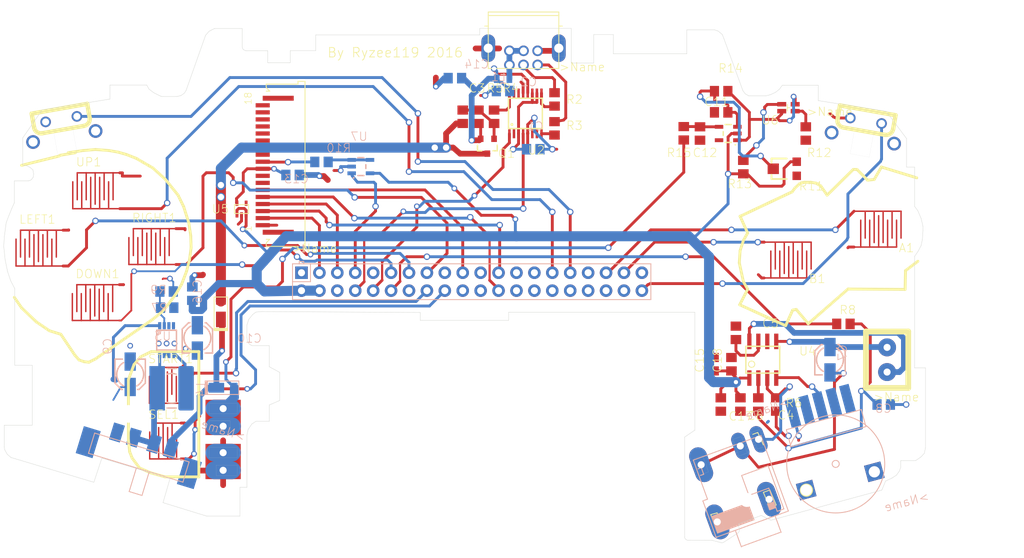
<source format=kicad_pcb>
(kicad_pcb (version 20171130) (host pcbnew "(5.1.5)-3")
  (layers (0 Top signal) (31 Bottom signal) (34 B.Paste user) (35 F.Paste user) (36 B.SilkS user) (37 F.SilkS user) (38 B.Mask user) (39 F.Mask user) (44 Edge.Cuts user))
  (net 0 "")
  (net 1 GND)
  (net 2 5V)
  (net 3 3.3V)
  (net 4 2.8V)
  (net 5 /UP)
  (net 6 /START)
  (net 7 "Net-(L1-Pad2)")
  (net 8 "Net-(R2-Pad2)")
  (net 9 "Net-(R3-Pad2)")
  (net 10 /RIGHT_BUMP)
  (net 11 "Net-(U1-Pad38)")
  (net 12 /B_BTN)
  (net 13 "Net-(U1-Pad36)")
  (net 14 /A_BTN)
  (net 15 "Net-(U1-Pad33)")
  (net 16 "Net-(U1-Pad32)")
  (net 17 /LEFT_BUMP)
  (net 18 "Net-(U1-Pad28)")
  (net 19 "Net-(U1-Pad27)")
  (net 20 "Net-(U1-Pad26)")
  (net 21 /TFT_CS)
  (net 22 /TFT_SCK)
  (net 23 "Net-(U1-Pad22)")
  (net 24 "Net-(U1-Pad21)")
  (net 25 /TFT_MOSI)
  (net 26 /SELECT)
  (net 27 3V3)
  (net 28 /RIGHT)
  (net 29 /LEFT)
  (net 30 /PWM0)
  (net 31 /DOWN)
  (net 32 /TXD)
  (net 33 /RXD)
  (net 34 /TFT_LED)
  (net 35 /TFT_DC)
  (net 36 /TFT_RESET)
  (net 37 "Net-(R1-Pad3)")
  (net 38 "Net-(C7-Pad-)")
  (net 39 "Net-(R6-Pad1)")
  (net 40 "Net-(C9-Pad+)")
  (net 41 "Net-(SW3-Pad2)")
  (net 42 "Net-(D1-Pad2)")
  (net 43 "Net-(R4-Pad2)")
  (net 44 "Net-(U2-Pad15)")
  (net 45 "Net-(U2-Pad14)")
  (net 46 /5V_FTDI)
  (net 47 /3.3V_FTDI)
  (net 48 "Net-(R2-Pad1)")
  (net 49 "Net-(R3-Pad1)")
  (net 50 "Net-(U2-Pad7)")
  (net 51 "Net-(U2-Pad6)")
  (net 52 "Net-(U2-Pad2)")
  (net 53 /USB_5V)
  (net 54 /~PWREN)
  (net 55 "Net-(SP1-Pad2)")
  (net 56 "Net-(C7-Pad+)")
  (net 57 "Net-(C4-Pad1)")
  (net 58 /V_BAT)
  (net 59 "Net-(C5-Pad1)")
  (net 60 "Net-(C4-Pad2)")
  (net 61 "Net-(L4-Pad2)")
  (net 62 "Net-(U3-Pad3)")
  (net 63 "Net-(R7-Pad1)")
  (net 64 "Net-(TFT1-Pad18)")
  (net 65 "Net-(TFT1-Pad17)")
  (net 66 "Net-(TFT1-Pad16)")
  (net 67 "Net-(TFT1-Pad15)")
  (net 68 "Net-(R10-Pad2)")
  (net 69 "Net-(TFT1-Pad7)")
  (net 70 "Net-(U5-Pad4)")
  (net 71 "Net-(R10-Pad1)")
  (net 72 "Net-(C12-Pad1)")
  (net 73 "Net-(C11-Pad1)")
  (net 74 "Net-(D3-Pad1)")
  (net 75 "Net-(D3-Pad4)")
  (net 76 "Net-(D3-Pad2)")
  (module "" (layer Top) (at 85.441737 127.23036)
    (fp_text reference @HOLE0 hide)
    (fp_text value "" (at 0 0) (layer F.SilkS) (effects (font (size 1.27 1.27))))
    (pad "" np_thru_hole circle (at 0 0) (size 3 3) (drill 3) (layers *.Cu *.Mask))
  )
  (module "" (layer Top) (at 103.127018 84.52861)
    (fp_text reference @HOLE1 hide)
    (fp_text value "" (at 0 0) (layer F.SilkS) (effects (font (size 1.27 1.27))))
    (pad "" np_thru_hole circle (at 0 0) (size 3 3) (drill 3) (layers *.Cu *.Mask))
  )
  (module "" (layer Top) (at 113.365781 70.672829)
    (fp_text reference @HOLE2 hide)
    (fp_text value "" (at 0 0) (layer F.SilkS) (effects (font (size 1.27 1.27))))
    (pad "" np_thru_hole circle (at 0 0) (size 2.54 2.54) (drill 2.54) (layers *.Cu *.Mask))
  )
  (module "" (layer Top) (at 183.511918 70.776972)
    (fp_text reference @HOLE3 hide)
    (fp_text value "" (at 0 0) (layer F.SilkS) (effects (font (size 1.27 1.27))))
    (pad "" np_thru_hole circle (at 0 0) (size 2.54 2.54) (drill 2.54) (layers *.Cu *.Mask))
  )
  (module "" (layer Top) (at 193.461709 84.5842)
    (fp_text reference @HOLE4 hide)
    (fp_text value "" (at 0 0) (layer F.SilkS) (effects (font (size 1.27 1.27))))
    (pad "" np_thru_hole circle (at 0 0) (size 3 3) (drill 3) (layers *.Cu *.Mask))
  )
  (module "" (layer Top) (at 211.567159 127.505254)
    (fp_text reference @HOLE5 hide)
    (fp_text value "" (at 0 0) (layer F.SilkS) (effects (font (size 1.27 1.27))))
    (pad "" np_thru_hole circle (at 0 0) (size 3 3) (drill 3) (layers *.Cu *.Mask))
  )
  (module "" (layer Top) (at 100.854315 123.194144)
    (fp_text reference @HOLE6 hide)
    (fp_text value "" (at 0 0) (layer F.SilkS) (effects (font (size 1.27 1.27))))
    (pad "" np_thru_hole circle (at 0 0) (size 2.5 2.5) (drill 2.5) (layers *.Cu *.Mask))
  )
  (module "" (layer Top) (at 95.073521 113.907204)
    (fp_text reference @HOLE7 hide)
    (fp_text value "" (at 0 0) (layer F.SilkS) (effects (font (size 1.27 1.27))))
    (pad "" np_thru_hole circle (at 0 0) (size 2.5 2.5) (drill 2.5) (layers *.Cu *.Mask))
  )
  (module "" (layer Top) (at 202.412762 104.061063)
    (fp_text reference @HOLE8 hide)
    (fp_text value "" (at 0 0) (layer F.SilkS) (effects (font (size 1.27 1.27))))
    (pad "" np_thru_hole circle (at 0 0) (size 2.5 2.5) (drill 2.5) (layers *.Cu *.Mask))
  )
  (module "" (layer Top) (at 197.286821 93.342785)
    (fp_text reference @HOLE9 hide)
    (fp_text value "" (at 0 0) (layer F.SilkS) (effects (font (size 1.27 1.27))))
    (pad "" np_thru_hole circle (at 0 0) (size 3.8 3.8) (drill 3.8) (layers *.Cu *.Mask))
  )
  (module "" (layer Top) (at 208.219518 108.81736)
    (fp_text reference @HOLE10 hide)
    (fp_text value "" (at 0 0) (layer F.SilkS) (effects (font (size 1.27 1.27))))
    (pad "" np_thru_hole circle (at 0 0) (size 4 4) (drill 4) (layers *.Cu *.Mask))
  )
  (module "" (layer Top) (at 87.569518 112.706735)
    (fp_text reference @HOLE11 hide)
    (fp_text value "" (at 0 0) (layer F.SilkS) (effects (font (size 1.27 1.27))))
    (pad "" np_thru_hole circle (at 0 0) (size 4 4) (drill 4) (layers *.Cu *.Mask))
  )
  (module GBA_EMU:GBA_BUTTON_CONDUCTIVE (layer Top) (at 96.11905 91.557582)
    (fp_text reference UP1 (at -2.794 -3.3655) (layer F.SilkS) (effects (font (size 1.2065 1.2065) (thickness 0.09652)) (justify left bottom)))
    (fp_text value GBA_BTN_CONDUCTIVE hide)
    (fp_line (start 2.54 1.27) (end 2.54 -2.54) (layer Top) (width 0.2032))
    (fp_line (start -1.27 1.27) (end -1.27 -2.54) (layer Top) (width 0.2032))
    (fp_line (start -1.905 -1.27) (end -1.905 2.54) (layer Top) (width 0.2032))
    (fp_line (start 2.54 -2.54) (end 3.413125 -2.54) (layer Top) (width 0.2032))
    (fp_line (start -1.27 -2.54) (end 2.54 -2.54) (layer Top) (width 0.2032))
    (fp_line (start -2.54 -2.54) (end -1.27 -2.54) (layer Top) (width 0.2032))
    (fp_line (start -1.905 2.54) (end 3.413125 2.54) (layer Top) (width 0.2032))
    (fp_line (start -3.175 2.54) (end -1.905 2.54) (layer Top) (width 0.2032))
    (fp_line (start 1.905 -1.27) (end 1.905 2.54) (layer Top) (width 0.2032))
    (fp_line (start -3.175 -1.27) (end -3.175 2.54) (layer Top) (width 0.2032))
    (fp_line (start -2.54 1.27) (end -2.54 -2.54) (layer Top) (width 0.2032))
    (fp_line (start -0.635 -1.905) (end -0.635 2.54) (layer Top) (width 0.2032))
    (fp_line (start 1.27 1.27) (end 1.27 -2.54) (layer Top) (width 0.2032))
    (fp_line (start 0.635 -1.905) (end 0.635 2.54) (layer Top) (width 0.2032))
    (fp_line (start 0 1.905) (end 0 -2.54) (layer Top) (width 0.2032))
    (pad 2 smd rect (at 3.4925 2.54) (size 0.2032 0.2032) (layers Top F.Mask) (net 5 /UP))
    (pad 1 smd rect (at 3.4925 -2.54) (size 0.2032 0.2032) (layers Top F.Mask) (net 1 GND))
  )
  (module GBA_EMU:BUTTON-CONDUCTIVE (layer Top) (at 105.721578 119.145613)
    (fp_text reference START1 (at -2.159 -3.048) (layer F.SilkS) (effects (font (size 1.2065 1.2065) (thickness 0.09652)) (justify left bottom)))
    (fp_text value BUTTON-CONDUCTIVESMD hide)
    (fp_line (start -1.27 -2.54) (end 2.460625 -2.54) (layer Top) (width 0.2032))
    (fp_line (start -1.905 2.54) (end 2.460625 2.54) (layer Top) (width 0.2032))
    (fp_line (start 1.905 -1.27) (end 1.905 2.54) (layer Top) (width 0.2032))
    (fp_line (start -1.905 -1.27) (end -1.905 2.54) (layer Top) (width 0.2032))
    (fp_line (start -1.27 1.27) (end -1.27 -2.54) (layer Top) (width 0.2032))
    (fp_line (start -0.635 -1.905) (end -0.635 2.54) (layer Top) (width 0.2032))
    (fp_line (start 1.27 1.27) (end 1.27 -2.54) (layer Top) (width 0.2032))
    (fp_line (start 0.635 -1.905) (end 0.635 2.54) (layer Top) (width 0.2032))
    (fp_line (start 0 1.905) (end 0 -2.54) (layer Top) (width 0.2032))
    (pad 2 smd rect (at 2.54 2.54) (size 0.2032 0.2032) (layers Top F.Mask) (net 6 /START))
    (pad 1 smd rect (at 2.54 -2.54) (size 0.2032 0.2032) (layers Top F.Mask) (net 1 GND))
  )
  (module GBA_EMU:LINK_SOCKET (layer Top) (at 156.853406 72.715925 180)
    (fp_text reference X1 hide)
    (fp_text value LINK_SOCKET hide)
    (fp_line (start 5.75 2.5) (end 4.25 2.5) (layer Edge.Cuts) (width 0.01))
    (fp_line (start 5.75 0.25) (end 5.75 2.5) (layer Edge.Cuts) (width 0.01))
    (fp_line (start 4.25 2.5) (end 4.25 0.25) (layer Edge.Cuts) (width 0.01))
    (fp_line (start 4.25 0.25) (end 5.75 0.25) (layer Edge.Cuts) (width 0.01))
    (fp_line (start -5.75 2.5) (end -5.75 0.25) (layer Edge.Cuts) (width 0.01))
    (fp_line (start -4.25 2.5) (end -5.75 2.5) (layer Edge.Cuts) (width 0.01))
    (fp_line (start -4.25 0.25) (end -4.25 2.5) (layer Edge.Cuts) (width 0.01))
    (fp_line (start -5.75 0.25) (end -4.25 0.25) (layer Edge.Cuts) (width 0.01))
    (fp_text user >Name (at -5 -2 180) (layer F.SilkS) (effects (font (size 1.2065 1.2065) (thickness 0.1016)) (justify left bottom)))
    (pad GND@2 thru_hole oval (at 5 1.375 270) (size 3.9 1.95) (drill 1.3) (layers *.Cu *.Mask) (net 1 GND))
    (pad GND@1 thru_hole oval (at -5 1.375 270) (size 3.9 1.95) (drill 1.3) (layers *.Cu *.Mask) (net 1 GND))
    (pad 6 thru_hole circle (at 2 -1 180) (size 1.5 1.5) (drill 1) (layers *.Cu *.Mask) (net 7 "Net-(L1-Pad2)"))
    (pad 5 thru_hole circle (at 2 1 180) (size 1.5 1.5) (drill 1) (layers *.Cu *.Mask) (net 7 "Net-(L1-Pad2)"))
    (pad 4 thru_hole circle (at 0 -1 180) (size 1.5 1.5) (drill 1) (layers *.Cu *.Mask) (net 8 "Net-(R2-Pad2)"))
    (pad 3 thru_hole circle (at 0 1 180) (size 1.5 1.5) (drill 1) (layers *.Cu *.Mask) (net 7 "Net-(L1-Pad2)"))
    (pad 2 thru_hole circle (at -2 -1 180) (size 1.5 1.5) (drill 1) (layers *.Cu *.Mask) (net 9 "Net-(R3-Pad2)"))
    (pad 1 thru_hole circle (at -2 1 180) (size 1.5 1.5) (drill 1) (layers *.Cu *.Mask) (net 1 GND))
  )
  (module GBA_EMU:RASPBERRYPI_BASTELSTUBE_V13_RASPI_BOARD_B+_FULL (layer Bottom) (at 117.003925 77.949625)
    (fp_text reference U1 hide)
    (fp_text value RPI-ZERO hide)
    (fp_text user 1 (at 8.0525 22.3725) (layer B.SilkS) (effects (font (size 0.9652 0.9652) (thickness 0.1016)) (justify right bottom mirror)))
    (pad 40 thru_hole circle (at 56.63 27.77) (size 1.778 1.778) (drill 1) (layers *.Cu *.Mask) (net 10 /RIGHT_BUMP))
    (pad 39 thru_hole circle (at 56.63 25.23) (size 1.778 1.778) (drill 1) (layers *.Cu *.Mask) (net 1 GND))
    (pad 38 thru_hole circle (at 54.09 27.77) (size 1.778 1.778) (drill 1) (layers *.Cu *.Mask) (net 11 "Net-(U1-Pad38)"))
    (pad 37 thru_hole circle (at 54.09 25.23) (size 1.778 1.778) (drill 1) (layers *.Cu *.Mask) (net 12 /B_BTN))
    (pad 36 thru_hole circle (at 51.55 27.77) (size 1.778 1.778) (drill 1) (layers *.Cu *.Mask) (net 13 "Net-(U1-Pad36)"))
    (pad 35 thru_hole circle (at 51.55 25.23) (size 1.778 1.778) (drill 1) (layers *.Cu *.Mask) (net 14 /A_BTN))
    (pad 34 thru_hole circle (at 49.01 27.77) (size 1.778 1.778) (drill 1) (layers *.Cu *.Mask) (net 1 GND))
    (pad 33 thru_hole circle (at 49.01 25.23) (size 1.778 1.778) (drill 1) (layers *.Cu *.Mask) (net 15 "Net-(U1-Pad33)"))
    (pad 32 thru_hole circle (at 46.47 27.77) (size 1.778 1.778) (drill 1) (layers *.Cu *.Mask) (net 16 "Net-(U1-Pad32)"))
    (pad 31 thru_hole circle (at 46.47 25.23) (size 1.778 1.778) (drill 1) (layers *.Cu *.Mask) (net 17 /LEFT_BUMP))
    (pad 30 thru_hole circle (at 43.93 27.77) (size 1.778 1.778) (drill 1) (layers *.Cu *.Mask) (net 1 GND))
    (pad 29 thru_hole circle (at 43.93 25.23) (size 1.778 1.778) (drill 1) (layers *.Cu *.Mask) (net 5 /UP))
    (pad 28 thru_hole circle (at 41.39 27.77) (size 1.778 1.778) (drill 1) (layers *.Cu *.Mask) (net 18 "Net-(U1-Pad28)"))
    (pad 27 thru_hole circle (at 41.39 25.23) (size 1.778 1.778) (drill 1) (layers *.Cu *.Mask) (net 19 "Net-(U1-Pad27)"))
    (pad 26 thru_hole circle (at 38.85 27.77) (size 1.778 1.778) (drill 1) (layers *.Cu *.Mask) (net 20 "Net-(U1-Pad26)"))
    (pad 25 thru_hole circle (at 38.85 25.23) (size 1.778 1.778) (drill 1) (layers *.Cu *.Mask) (net 1 GND))
    (pad 24 thru_hole circle (at 36.31 27.77) (size 1.778 1.778) (drill 1) (layers *.Cu *.Mask) (net 21 /TFT_CS))
    (pad 23 thru_hole circle (at 36.31 25.23) (size 1.778 1.778) (drill 1) (layers *.Cu *.Mask) (net 22 /TFT_SCK))
    (pad 22 thru_hole circle (at 33.77 27.77) (size 1.778 1.778) (drill 1) (layers *.Cu *.Mask) (net 23 "Net-(U1-Pad22)"))
    (pad 21 thru_hole circle (at 33.77 25.23) (size 1.778 1.778) (drill 1) (layers *.Cu *.Mask) (net 24 "Net-(U1-Pad21)"))
    (pad 20 thru_hole circle (at 31.23 27.77) (size 1.778 1.778) (drill 1) (layers *.Cu *.Mask) (net 1 GND))
    (pad 19 thru_hole circle (at 31.23 25.23) (size 1.778 1.778) (drill 1) (layers *.Cu *.Mask) (net 25 /TFT_MOSI))
    (pad 18 thru_hole circle (at 28.69 27.77) (size 1.778 1.778) (drill 1) (layers *.Cu *.Mask) (net 26 /SELECT))
    (pad 17 thru_hole circle (at 28.69 25.23) (size 1.778 1.778) (drill 1) (layers *.Cu *.Mask) (net 27 3V3))
    (pad 16 thru_hole circle (at 26.15 27.77) (size 1.778 1.778) (drill 1) (layers *.Cu *.Mask) (net 6 /START))
    (pad 15 thru_hole circle (at 26.15 25.23) (size 1.778 1.778) (drill 1) (layers *.Cu *.Mask) (net 28 /RIGHT))
    (pad 14 thru_hole circle (at 23.61 27.77) (size 1.778 1.778) (drill 1) (layers *.Cu *.Mask) (net 1 GND))
    (pad 13 thru_hole circle (at 23.61 25.23) (size 1.778 1.778) (drill 1) (layers *.Cu *.Mask) (net 29 /LEFT))
    (pad 12 thru_hole circle (at 21.07 27.77) (size 1.778 1.778) (drill 1) (layers *.Cu *.Mask) (net 30 /PWM0))
    (pad 11 thru_hole circle (at 21.07 25.23) (size 1.778 1.778) (drill 1) (layers *.Cu *.Mask) (net 31 /DOWN))
    (pad 10 thru_hole circle (at 18.53 27.77) (size 1.778 1.778) (drill 1) (layers *.Cu *.Mask) (net 32 /TXD))
    (pad 9 thru_hole circle (at 18.53 25.23) (size 1.778 1.778) (drill 1) (layers *.Cu *.Mask) (net 1 GND))
    (pad 8 thru_hole circle (at 15.99 27.77) (size 1.778 1.778) (drill 1) (layers *.Cu *.Mask) (net 33 /RXD))
    (pad 7 thru_hole circle (at 15.99 25.23) (size 1.778 1.778) (drill 1) (layers *.Cu *.Mask) (net 34 /TFT_LED))
    (pad 6 thru_hole circle (at 13.45 27.77) (size 1.778 1.778) (drill 1) (layers *.Cu *.Mask) (net 1 GND))
    (pad 5 thru_hole circle (at 13.45 25.23) (size 1.778 1.778) (drill 1) (layers *.Cu *.Mask) (net 35 /TFT_DC))
    (pad 4 thru_hole circle (at 10.91 27.77) (size 1.778 1.778) (drill 1) (layers *.Cu *.Mask) (net 2 5V))
    (pad 3 thru_hole circle (at 10.91 25.23) (size 1.778 1.778) (drill 1) (layers *.Cu *.Mask) (net 36 /TFT_RESET))
    (pad 2 thru_hole circle (at 8.37 27.77) (size 1.778 1.778) (drill 1) (layers *.Cu *.Mask) (net 2 5V))
    (pad 1 thru_hole rect (at 8.37 25.23) (size 1.778 1.778) (drill 1) (layers *.Cu *.Mask) (net 3 3.3V))
  )
  (module GBA_EMU:VOLUME (layer Bottom) (at 199.433737 124.005241 15)
    (fp_text reference R1 hide)
    (fp_text value 27k hide)
    (fp_text user >Name (at 5 15 15) (layer B.SilkS) (effects (font (size 1.2065 1.2065) (thickness 0.1016)) (justify right bottom mirror)))
    (pad P$7 thru_hole rect (at 5 9 15) (size 2.4 2.4) (drill 1.6) (layers *.Cu *.Mask))
    (pad P$6 thru_hole rect (at -5 9 15) (size 2.4 2.4) (drill 1.6) (layers *.Cu *.Mask))
    (pad 5 smd rect (at 4 -2 15) (size 1.4 4) (layers Bottom B.Paste B.Mask) (net 2 5V))
    (pad 4 smd rect (at 2 -2 15) (size 1.4 4) (layers Bottom B.Paste B.Mask))
    (pad 3 smd rect (at 0 -2 15) (size 1.4 4) (layers Bottom B.Paste B.Mask) (net 37 "Net-(R1-Pad3)"))
    (pad 2 smd rect (at -2 -2 15) (size 1.4 4) (layers Bottom B.Paste B.Mask))
    (pad 1 smd rect (at -4 -2 15) (size 1.4 4) (layers Bottom B.Paste B.Mask) (net 1 GND))
  )
  (module GBA_EMU:GBA_BUTTON_CONDUCTIVE (layer Top) (at 96.059215 107.411919)
    (fp_text reference DOWN1 (at -2.794 -3.3655) (layer F.SilkS) (effects (font (size 1.2065 1.2065) (thickness 0.09652)) (justify left bottom)))
    (fp_text value GBA_BTN_CONDUCTIVE hide)
    (fp_line (start 2.54 1.27) (end 2.54 -2.54) (layer Top) (width 0.2032))
    (fp_line (start -1.27 1.27) (end -1.27 -2.54) (layer Top) (width 0.2032))
    (fp_line (start -1.905 -1.27) (end -1.905 2.54) (layer Top) (width 0.2032))
    (fp_line (start 2.54 -2.54) (end 3.413125 -2.54) (layer Top) (width 0.2032))
    (fp_line (start -1.27 -2.54) (end 2.54 -2.54) (layer Top) (width 0.2032))
    (fp_line (start -2.54 -2.54) (end -1.27 -2.54) (layer Top) (width 0.2032))
    (fp_line (start -1.905 2.54) (end 3.413125 2.54) (layer Top) (width 0.2032))
    (fp_line (start -3.175 2.54) (end -1.905 2.54) (layer Top) (width 0.2032))
    (fp_line (start 1.905 -1.27) (end 1.905 2.54) (layer Top) (width 0.2032))
    (fp_line (start -3.175 -1.27) (end -3.175 2.54) (layer Top) (width 0.2032))
    (fp_line (start -2.54 1.27) (end -2.54 -2.54) (layer Top) (width 0.2032))
    (fp_line (start -0.635 -1.905) (end -0.635 2.54) (layer Top) (width 0.2032))
    (fp_line (start 1.27 1.27) (end 1.27 -2.54) (layer Top) (width 0.2032))
    (fp_line (start 0.635 -1.905) (end 0.635 2.54) (layer Top) (width 0.2032))
    (fp_line (start 0 1.905) (end 0 -2.54) (layer Top) (width 0.2032))
    (pad 2 smd rect (at 3.4925 2.54) (size 0.2032 0.2032) (layers Top F.Mask) (net 31 /DOWN))
    (pad 1 smd rect (at 3.4925 -2.54) (size 0.2032 0.2032) (layers Top F.Mask) (net 1 GND))
  )
  (module GBA_EMU:GBA_BUTTON_CONDUCTIVE (layer Top) (at 88.074118 99.68646)
    (fp_text reference LEFT1 (at -2.794 -3.3655) (layer F.SilkS) (effects (font (size 1.2065 1.2065) (thickness 0.09652)) (justify left bottom)))
    (fp_text value GBA_BTN_CONDUCTIVE hide)
    (fp_line (start 2.54 1.27) (end 2.54 -2.54) (layer Top) (width 0.2032))
    (fp_line (start -1.27 1.27) (end -1.27 -2.54) (layer Top) (width 0.2032))
    (fp_line (start -1.905 -1.27) (end -1.905 2.54) (layer Top) (width 0.2032))
    (fp_line (start 2.54 -2.54) (end 3.413125 -2.54) (layer Top) (width 0.2032))
    (fp_line (start -1.27 -2.54) (end 2.54 -2.54) (layer Top) (width 0.2032))
    (fp_line (start -2.54 -2.54) (end -1.27 -2.54) (layer Top) (width 0.2032))
    (fp_line (start -1.905 2.54) (end 3.413125 2.54) (layer Top) (width 0.2032))
    (fp_line (start -3.175 2.54) (end -1.905 2.54) (layer Top) (width 0.2032))
    (fp_line (start 1.905 -1.27) (end 1.905 2.54) (layer Top) (width 0.2032))
    (fp_line (start -3.175 -1.27) (end -3.175 2.54) (layer Top) (width 0.2032))
    (fp_line (start -2.54 1.27) (end -2.54 -2.54) (layer Top) (width 0.2032))
    (fp_line (start -0.635 -1.905) (end -0.635 2.54) (layer Top) (width 0.2032))
    (fp_line (start 1.27 1.27) (end 1.27 -2.54) (layer Top) (width 0.2032))
    (fp_line (start 0.635 -1.905) (end 0.635 2.54) (layer Top) (width 0.2032))
    (fp_line (start 0 1.905) (end 0 -2.54) (layer Top) (width 0.2032))
    (pad 2 smd rect (at 3.4925 2.54) (size 0.2032 0.2032) (layers Top F.Mask) (net 29 /LEFT))
    (pad 1 smd rect (at 3.4925 -2.54) (size 0.2032 0.2032) (layers Top F.Mask) (net 1 GND))
  )
  (module GBA_EMU:GBA_BUTTON_CONDUCTIVE (layer Top) (at 104.075456 99.470732)
    (fp_text reference RIGHT1 (at -2.794 -3.3655) (layer F.SilkS) (effects (font (size 1.2065 1.2065) (thickness 0.09652)) (justify left bottom)))
    (fp_text value GBA_BTN_CONDUCTIVE hide)
    (fp_line (start 2.54 1.27) (end 2.54 -2.54) (layer Top) (width 0.2032))
    (fp_line (start -1.27 1.27) (end -1.27 -2.54) (layer Top) (width 0.2032))
    (fp_line (start -1.905 -1.27) (end -1.905 2.54) (layer Top) (width 0.2032))
    (fp_line (start 2.54 -2.54) (end 3.413125 -2.54) (layer Top) (width 0.2032))
    (fp_line (start -1.27 -2.54) (end 2.54 -2.54) (layer Top) (width 0.2032))
    (fp_line (start -2.54 -2.54) (end -1.27 -2.54) (layer Top) (width 0.2032))
    (fp_line (start -1.905 2.54) (end 3.413125 2.54) (layer Top) (width 0.2032))
    (fp_line (start -3.175 2.54) (end -1.905 2.54) (layer Top) (width 0.2032))
    (fp_line (start 1.905 -1.27) (end 1.905 2.54) (layer Top) (width 0.2032))
    (fp_line (start -3.175 -1.27) (end -3.175 2.54) (layer Top) (width 0.2032))
    (fp_line (start -2.54 1.27) (end -2.54 -2.54) (layer Top) (width 0.2032))
    (fp_line (start -0.635 -1.905) (end -0.635 2.54) (layer Top) (width 0.2032))
    (fp_line (start 1.27 1.27) (end 1.27 -2.54) (layer Top) (width 0.2032))
    (fp_line (start 0.635 -1.905) (end 0.635 2.54) (layer Top) (width 0.2032))
    (fp_line (start 0 1.905) (end 0 -2.54) (layer Top) (width 0.2032))
    (pad 2 smd rect (at 3.4925 2.54) (size 0.2032 0.2032) (layers Top F.Mask) (net 28 /RIGHT))
    (pad 1 smd rect (at 3.4925 -2.54) (size 0.2032 0.2032) (layers Top F.Mask) (net 1 GND))
  )
  (module GBA_EMU:BUTTON-CONDUCTIVE (layer Top) (at 105.755843 127.036354)
    (fp_text reference SEL1 (at -2.159 -3.048) (layer F.SilkS) (effects (font (size 1.2065 1.2065) (thickness 0.09652)) (justify left bottom)))
    (fp_text value BUTTON-CONDUCTIVESMD hide)
    (fp_line (start -1.27 -2.54) (end 2.460625 -2.54) (layer Top) (width 0.2032))
    (fp_line (start -1.905 2.54) (end 2.460625 2.54) (layer Top) (width 0.2032))
    (fp_line (start 1.905 -1.27) (end 1.905 2.54) (layer Top) (width 0.2032))
    (fp_line (start -1.905 -1.27) (end -1.905 2.54) (layer Top) (width 0.2032))
    (fp_line (start -1.27 1.27) (end -1.27 -2.54) (layer Top) (width 0.2032))
    (fp_line (start -0.635 -1.905) (end -0.635 2.54) (layer Top) (width 0.2032))
    (fp_line (start 1.27 1.27) (end 1.27 -2.54) (layer Top) (width 0.2032))
    (fp_line (start 0.635 -1.905) (end 0.635 2.54) (layer Top) (width 0.2032))
    (fp_line (start 0 1.905) (end 0 -2.54) (layer Top) (width 0.2032))
    (pad 2 smd rect (at 2.54 2.54) (size 0.2032 0.2032) (layers Top F.Mask) (net 26 /SELECT))
    (pad 1 smd rect (at 2.54 -2.54) (size 0.2032 0.2032) (layers Top F.Mask) (net 1 GND))
  )
  (module GBA_EMU:GBA_BUTTON_CONDUCTIVE (layer Top) (at 207.20215 96.997294 180)
    (fp_text reference A1 (at -2.794 -3.3655) (layer F.SilkS) (effects (font (size 1.2065 1.2065) (thickness 0.09652)) (justify left bottom)))
    (fp_text value GBA_BTN_CONDUCTIVE hide)
    (fp_line (start 2.54 1.27) (end 2.54 -2.54) (layer Top) (width 0.2032))
    (fp_line (start -1.27 1.27) (end -1.27 -2.54) (layer Top) (width 0.2032))
    (fp_line (start -1.905 -1.27) (end -1.905 2.54) (layer Top) (width 0.2032))
    (fp_line (start 2.54 -2.54) (end 3.413125 -2.54) (layer Top) (width 0.2032))
    (fp_line (start -1.27 -2.54) (end 2.54 -2.54) (layer Top) (width 0.2032))
    (fp_line (start -2.54 -2.54) (end -1.27 -2.54) (layer Top) (width 0.2032))
    (fp_line (start -1.905 2.54) (end 3.413125 2.54) (layer Top) (width 0.2032))
    (fp_line (start -3.175 2.54) (end -1.905 2.54) (layer Top) (width 0.2032))
    (fp_line (start 1.905 -1.27) (end 1.905 2.54) (layer Top) (width 0.2032))
    (fp_line (start -3.175 -1.27) (end -3.175 2.54) (layer Top) (width 0.2032))
    (fp_line (start -2.54 1.27) (end -2.54 -2.54) (layer Top) (width 0.2032))
    (fp_line (start -0.635 -1.905) (end -0.635 2.54) (layer Top) (width 0.2032))
    (fp_line (start 1.27 1.27) (end 1.27 -2.54) (layer Top) (width 0.2032))
    (fp_line (start 0.635 -1.905) (end 0.635 2.54) (layer Top) (width 0.2032))
    (fp_line (start 0 1.905) (end 0 -2.54) (layer Top) (width 0.2032))
    (pad 2 smd rect (at 3.4925 2.54 180) (size 0.2032 0.2032) (layers Top F.Mask) (net 14 /A_BTN))
    (pad 1 smd rect (at 3.4925 -2.54 180) (size 0.2032 0.2032) (layers Top F.Mask) (net 1 GND))
  )
  (module GBA_EMU:GBA_BUTTON_CONDUCTIVE (layer Top) (at 194.456746 101.379891 180)
    (fp_text reference B1 (at -2.794 -3.3655) (layer F.SilkS) (effects (font (size 1.2065 1.2065) (thickness 0.09652)) (justify left bottom)))
    (fp_text value GBA_BTN_CONDUCTIVE hide)
    (fp_line (start 2.54 1.27) (end 2.54 -2.54) (layer Top) (width 0.2032))
    (fp_line (start -1.27 1.27) (end -1.27 -2.54) (layer Top) (width 0.2032))
    (fp_line (start -1.905 -1.27) (end -1.905 2.54) (layer Top) (width 0.2032))
    (fp_line (start 2.54 -2.54) (end 3.413125 -2.54) (layer Top) (width 0.2032))
    (fp_line (start -1.27 -2.54) (end 2.54 -2.54) (layer Top) (width 0.2032))
    (fp_line (start -2.54 -2.54) (end -1.27 -2.54) (layer Top) (width 0.2032))
    (fp_line (start -1.905 2.54) (end 3.413125 2.54) (layer Top) (width 0.2032))
    (fp_line (start -3.175 2.54) (end -1.905 2.54) (layer Top) (width 0.2032))
    (fp_line (start 1.905 -1.27) (end 1.905 2.54) (layer Top) (width 0.2032))
    (fp_line (start -3.175 -1.27) (end -3.175 2.54) (layer Top) (width 0.2032))
    (fp_line (start -2.54 1.27) (end -2.54 -2.54) (layer Top) (width 0.2032))
    (fp_line (start -0.635 -1.905) (end -0.635 2.54) (layer Top) (width 0.2032))
    (fp_line (start 1.27 1.27) (end 1.27 -2.54) (layer Top) (width 0.2032))
    (fp_line (start 0.635 -1.905) (end 0.635 2.54) (layer Top) (width 0.2032))
    (fp_line (start 0 1.905) (end 0 -2.54) (layer Top) (width 0.2032))
    (pad 2 smd rect (at 3.4925 2.54 180) (size 0.2032 0.2032) (layers Top F.Mask) (net 12 /B_BTN))
    (pad 1 smd rect (at 3.4925 -2.54 180) (size 0.2032 0.2032) (layers Top F.Mask) (net 1 GND))
  )
  (module GBA_EMU:HEADPHONE (layer Bottom) (at 189.704493 138.676563 200)
    (fp_text reference X2 hide)
    (fp_text value HEADPHONE hide)
    (fp_text user >Name (at -3.81 13.97 200) (layer B.SilkS) (effects (font (size 1.2065 1.2065) (thickness 0.1016)) (justify right bottom mirror)))
    (fp_line (start 5.663 0.793) (end 5.663 3.293) (layer Edge.Cuts) (width 0.01))
    (fp_line (start 4.413 0.793) (end 5.663 0.793) (layer Edge.Cuts) (width 0.01))
    (fp_line (start 4.413 3.293) (end 4.413 0.793) (layer Edge.Cuts) (width 0.01))
    (fp_line (start 4.413 3.293) (end 5.663 3.293) (layer Edge.Cuts) (width 0.01))
    (fp_line (start -2.385 1.185) (end -2.385 3.685) (layer Edge.Cuts) (width 0.01))
    (fp_line (start -3.635 1.185) (end -2.385 1.185) (layer Edge.Cuts) (width 0.01))
    (fp_line (start -3.635 3.685) (end -3.635 1.185) (layer Edge.Cuts) (width 0.01))
    (fp_line (start -3.635 3.685) (end -2.385 3.685) (layer Edge.Cuts) (width 0.01))
    (fp_line (start 4.995 9.083) (end 4.995 11.583) (layer Edge.Cuts) (width 0.01))
    (fp_line (start 3.745 9.083) (end 4.995 9.083) (layer Edge.Cuts) (width 0.01))
    (fp_line (start 3.745 11.583) (end 3.745 9.083) (layer Edge.Cuts) (width 0.01))
    (fp_line (start 3.745 11.583) (end 4.995 11.583) (layer Edge.Cuts) (width 0.01))
    (fp_line (start -1.095 9.728) (end -1.095 12.228) (layer Edge.Cuts) (width 0.01))
    (fp_line (start -2.345 9.728) (end -1.095 9.728) (layer Edge.Cuts) (width 0.01))
    (fp_line (start -2.345 12.228) (end -2.345 9.728) (layer Edge.Cuts) (width 0.01))
    (fp_line (start -2.345 12.228) (end -1.095 12.228) (layer Edge.Cuts) (width 0.01))
    (fp_line (start -3.88 9.76) (end -3.88 12.26) (layer Edge.Cuts) (width 0.01))
    (fp_line (start -5.13 9.76) (end -3.88 9.76) (layer Edge.Cuts) (width 0.01))
    (fp_line (start -5.13 12.26) (end -5.13 9.76) (layer Edge.Cuts) (width 0.01))
    (fp_line (start -5.13 12.26) (end -3.88 12.26) (layer Edge.Cuts) (width 0.01))
    (pad R thru_hole oval (at -1.75 11 110) (size 3.8608 1.9304) (drill 1) (layers *.Cu *.Mask) (net 38 "Net-(C7-Pad-)"))
    (pad 2 thru_hole oval (at -4.5 11 110) (size 3.8608 1.9304) (drill 1) (layers *.Cu *.Mask) (net 39 "Net-(R6-Pad1)"))
    (pad L thru_hole oval (at 4.375 10.4 110) (size 5.08 2.54) (drill 1) (layers *.Cu *.Mask) (net 38 "Net-(C7-Pad-)"))
    (pad 1 thru_hole oval (at -3 2.5 110) (size 5.08 2.54) (drill 1) (layers *.Cu *.Mask) (net 1 GND))
    (pad GND thru_hole oval (at 5 2 110) (size 5.08 2.54) (drill 1) (layers *.Cu *.Mask) (net 1 GND))
    (pad "" np_thru_hole circle (at 0 3.5 200) (size 2 2) (drill 2) (layers *.Cu *.Mask))
    (pad "" np_thru_hole circle (at 0 8.4 200) (size 1.9 1.9) (drill 1.9) (layers *.Cu *.Mask))
  )
  (module GBA_EMU:BUMPER (layer Top) (at 91.572156 82.8819 10)
    (fp_text reference SW1 hide)
    (fp_text value LEFT hide)
    (fp_text user "CUT OUT" (at 0 3.175 100) (layer Edge.Cuts) (effects (font (size 0.38608 0.38608) (thickness 0.032512)) (justify left bottom)))
    (fp_line (start 1.375 3.5) (end -1.375 3.5) (layer Edge.Cuts) (width 0.01))
    (fp_line (start 1.375 -0.25) (end 1.375 3.5) (layer Edge.Cuts) (width 0.01))
    (fp_line (start -1.375 -0.25) (end 1.375 -0.25) (layer Edge.Cuts) (width 0.01))
    (fp_line (start -1.375 3.5) (end -1.375 -0.25) (layer Edge.Cuts) (width 0.01))
    (pad 2 thru_hole circle (at 2.25 -1.5 10) (size 1.5 1.5) (drill 1) (layers *.Cu *.Mask) (net 17 /LEFT_BUMP))
    (pad 1 thru_hole circle (at -2.25 -1.5 10) (size 1.5 1.5) (drill 1) (layers *.Cu *.Mask) (net 1 GND))
    (pad NC2 thru_hole circle (at 4.5 1 10) (size 1.95 1.95) (drill 1.3) (layers *.Cu *.Mask))
    (pad NC1 thru_hole circle (at -4.5 1 10) (size 1.95 1.95) (drill 1.3) (layers *.Cu *.Mask))
  )
  (module GBA_EMU:BUMPER (layer Top) (at 205.141428 83.107079 350)
    (fp_text reference SW2 hide)
    (fp_text value RIGHT hide)
    (fp_text user "CUT OUT" (at 0 3.175 80) (layer Edge.Cuts) (effects (font (size 0.38608 0.38608) (thickness 0.032512)) (justify left bottom)))
    (fp_line (start 1.375 3.5) (end -1.375 3.5) (layer Edge.Cuts) (width 0.01))
    (fp_line (start 1.375 -0.25) (end 1.375 3.5) (layer Edge.Cuts) (width 0.01))
    (fp_line (start -1.375 -0.25) (end 1.375 -0.25) (layer Edge.Cuts) (width 0.01))
    (fp_line (start -1.375 3.5) (end -1.375 -0.25) (layer Edge.Cuts) (width 0.01))
    (pad 2 thru_hole circle (at 2.25 -1.5 350) (size 1.5 1.5) (drill 1) (layers *.Cu *.Mask) (net 10 /RIGHT_BUMP))
    (pad 1 thru_hole circle (at -2.25 -1.5 350) (size 1.5 1.5) (drill 1) (layers *.Cu *.Mask) (net 1 GND))
    (pad NC2 thru_hole circle (at 4.5 1 350) (size 1.95 1.95) (drill 1.3) (layers *.Cu *.Mask))
    (pad NC1 thru_hole circle (at -4.5 1 350) (size 1.95 1.95) (drill 1.3) (layers *.Cu *.Mask))
  )
  (module GBA_EMU:PWR_SWITCH (layer Bottom) (at 101.866034 130.827616 163)
    (fp_text reference SW3 hide)
    (fp_text value PWR_SWITCH hide)
    (fp_text user >Name (at -7 8 163) (layer B.SilkS) (effects (font (size 1.2065 1.2065) (thickness 0.1016)) (justify right bottom mirror)))
    (fp_line (start 7.6 1.5) (end 7.6 1.4) (layer Bottom) (width 0.127))
    (pad "" np_thru_hole circle (at 3.75 1.5 163) (size 1 1) (drill 1) (layers *.Cu *.Mask))
    (pad "" np_thru_hole circle (at -3.75 1.5 163) (size 1 1) (drill 1) (layers *.Cu *.Mask))
    (pad COM2 smd rect (at 1.5 4 73) (size 2.5 1.6) (layers Bottom B.Paste B.Mask) (net 40 "Net-(C9-Pad+)"))
    (pad COM1 smd rect (at -1.5 4 73) (size 2.5 1.6) (layers Bottom B.Paste B.Mask) (net 40 "Net-(C9-Pad+)"))
    (pad 2 smd rect (at 4 4 73) (size 2.5 1.6) (layers Bottom B.Paste B.Mask) (net 41 "Net-(SW3-Pad2)"))
    (pad 1 smd rect (at -4 4 73) (size 2.5 1.6) (layers Bottom B.Paste B.Mask) (net 42 "Net-(D1-Pad2)"))
    (pad NC2 smd rect (at 7.5 1.5 73) (size 4 2.5) (layers Bottom B.Paste B.Mask))
    (pad NC1 smd rect (at -7.5 1.5 73) (size 4 2.5) (layers Bottom B.Paste B.Mask))
  )
  (module GBA_EMU:SSOP16 (layer Top) (at 157.123925 80.589625 90)
    (fp_text reference U2 (at -5.9182 0.2794) (layer F.SilkS) (effects (font (size 1.2065 1.2065) (thickness 0.09652)) (justify left bottom)))
    (fp_text value FT230X hide)
    (pad 16 smd rect (at 2.875 -2.275 270) (size 1.3 0.35) (layers Top F.Paste F.Mask) (net 43 "Net-(R4-Pad2)"))
    (pad 15 smd rect (at 2.875 -1.625 270) (size 1.3 0.35) (layers Top F.Paste F.Mask) (net 44 "Net-(U2-Pad15)"))
    (pad 14 smd rect (at 2.875 -0.975 270) (size 1.3 0.35) (layers Top F.Paste F.Mask) (net 45 "Net-(U2-Pad14)"))
    (pad 13 smd rect (at 2.875 -0.325 270) (size 1.3 0.35) (layers Top F.Paste F.Mask) (net 1 GND))
    (pad 12 smd rect (at 2.875 0.325 270) (size 1.3 0.35) (layers Top F.Paste F.Mask) (net 46 /5V_FTDI))
    (pad 11 smd rect (at 2.875 0.975 270) (size 1.3 0.35) (layers Top F.Paste F.Mask) (net 47 /3.3V_FTDI))
    (pad 10 smd rect (at 2.875 1.625 270) (size 1.3 0.35) (layers Top F.Paste F.Mask) (net 47 /3.3V_FTDI))
    (pad 9 smd rect (at 2.875 2.275 270) (size 1.3 0.35) (layers Top F.Paste F.Mask) (net 48 "Net-(R2-Pad1)"))
    (pad 8 smd rect (at -2.875 2.275 90) (size 1.3 0.35) (layers Top F.Paste F.Mask) (net 49 "Net-(R3-Pad1)"))
    (pad 7 smd rect (at -2.875 1.625 90) (size 1.3 0.35) (layers Top F.Paste F.Mask) (net 50 "Net-(U2-Pad7)"))
    (pad 6 smd rect (at -2.875 0.975 90) (size 1.3 0.35) (layers Top F.Paste F.Mask) (net 51 "Net-(U2-Pad6)"))
    (pad 5 smd rect (at -2.875 0.325 90) (size 1.3 0.35) (layers Top F.Paste F.Mask) (net 1 GND))
    (pad 4 smd rect (at -2.875 -0.325 90) (size 1.3 0.35) (layers Top F.Paste F.Mask) (net 33 /RXD))
    (pad 3 smd rect (at -2.875 -0.975 90) (size 1.3 0.35) (layers Top F.Paste F.Mask) (net 47 /3.3V_FTDI))
    (pad 2 smd rect (at -2.875 -1.625 90) (size 1.3 0.35) (layers Top F.Paste F.Mask) (net 52 "Net-(U2-Pad2)"))
    (pad 1 smd rect (at -2.875 -2.275 90) (size 1.3 0.35) (layers Top F.Paste F.Mask) (net 32 /TXD))
  )
  (module GBA_EMU:R0805 (layer Top) (at 161.251425 78.60525 90)
    (fp_text reference R2 (at -0.714375 1.5875) (layer F.SilkS) (effects (font (size 1.2065 1.2065) (thickness 0.09652)) (justify left bottom)))
    (fp_text value 27R hide)
    (pad 2 smd rect (at 0.95 0 90) (size 1.3 1.5) (layers Top F.Paste F.Mask) (net 8 "Net-(R2-Pad2)"))
    (pad 1 smd rect (at -0.95 0 90) (size 1.3 1.5) (layers Top F.Paste F.Mask) (net 48 "Net-(R2-Pad1)"))
  )
  (module GBA_EMU:R0805 (layer Top) (at 161.244106 82.706922 90)
    (fp_text reference R3 (at -0.3175 1.5875) (layer F.SilkS) (effects (font (size 1.2065 1.2065) (thickness 0.09652)) (justify left bottom)))
    (fp_text value 27R hide)
    (pad 2 smd rect (at 0.95 0 90) (size 1.3 1.5) (layers Top F.Paste F.Mask) (net 9 "Net-(R3-Pad2)"))
    (pad 1 smd rect (at -0.95 0 90) (size 1.3 1.5) (layers Top F.Paste F.Mask) (net 49 "Net-(R3-Pad1)"))
  )
  (module GBA_EMU:C0805 (layer Bottom) (at 158.235175 85.669625)
    (fp_text reference C1 (at -0.9525 -2.54) (layer B.SilkS) (effects (font (size 1.2065 1.2065) (thickness 0.09652)) (justify right bottom mirror)))
    (fp_text value 100n hide)
    (pad 2 smd rect (at 0.95 0) (size 1.3 1.5) (layers Bottom B.Paste B.Mask) (net 1 GND))
    (pad 1 smd rect (at -0.95 0) (size 1.3 1.5) (layers Bottom B.Paste B.Mask) (net 47 /3.3V_FTDI))
  )
  (module GBA_EMU:0805 (layer Bottom) (at 153.948925 75.668375)
    (fp_text reference L1 (at -1.778 0.4445) (layer B.SilkS) (effects (font (size 1.2065 1.2065) (thickness 0.09652)) (justify right bottom mirror)))
    (fp_text value 600 hide)
    (pad 2 smd rect (at 0.9 0) (size 0.8 1.2) (layers Bottom B.Paste B.Mask) (net 7 "Net-(L1-Pad2)"))
    (pad 1 smd rect (at -0.9 0) (size 0.8 1.2) (layers Bottom B.Paste B.Mask) (net 46 /5V_FTDI))
  )
  (module GBA_EMU:C0805 (layer Bottom) (at 153.948925 77.414625 180)
    (fp_text reference C2 (at -2.405 0.585) (layer B.SilkS) (effects (font (size 1.2065 1.2065) (thickness 0.09652)) (justify right bottom mirror)))
    (fp_text value 10u hide)
    (pad 2 smd rect (at 0.95 0 180) (size 1.3 1.5) (layers Bottom B.Paste B.Mask) (net 1 GND))
    (pad 1 smd rect (at -0.95 0 180) (size 1.3 1.5) (layers Bottom B.Paste B.Mask) (net 46 /5V_FTDI))
  )
  (module GBA_EMU:SOT23-3 (layer Top) (at 151.726425 85.193375 180)
    (fp_text reference Q1 (at -1.4605 -1.778) (layer F.SilkS) (effects (font (size 1.2065 1.2065) (thickness 0.09652)) (justify left bottom)))
    (fp_text value MOSFET-PCHANNEL hide)
    (pad 3 smd rect (at 0 -1.1 180) (size 0.8 0.9) (layers Top F.Paste F.Mask) (net 53 /USB_5V))
    (pad 2 smd rect (at 0.95 1 180) (size 0.8 0.9) (layers Top F.Paste F.Mask) (net 46 /5V_FTDI))
    (pad 1 smd rect (at -0.95 1 180) (size 0.8 0.9) (layers Top F.Paste F.Mask) (net 54 /~PWREN))
  )
  (module GBA_EMU:R0805 (layer Top) (at 152.678925 81.065875 90)
    (fp_text reference R4 (at 3.33375 1.11125) (layer F.SilkS) (effects (font (size 1.2065 1.2065) (thickness 0.09652)) (justify left bottom)))
    (fp_text value 1k hide)
    (pad 2 smd rect (at 0.95 0 90) (size 1.3 1.5) (layers Top F.Paste F.Mask) (net 43 "Net-(R4-Pad2)"))
    (pad 1 smd rect (at -0.95 0 90) (size 1.3 1.5) (layers Top F.Paste F.Mask) (net 54 /~PWREN))
  )
  (module GBA_EMU:R0805 (layer Top) (at 150.456425 81.065875 90)
    (fp_text reference R5 (at 3.33375 1.11125) (layer F.SilkS) (effects (font (size 1.2065 1.2065) (thickness 0.09652)) (justify left bottom)))
    (fp_text value 100k hide)
    (pad 2 smd rect (at 0.95 0 90) (size 1.3 1.5) (layers Top F.Paste F.Mask) (net 54 /~PWREN))
    (pad 1 smd rect (at -0.95 0 90) (size 1.3 1.5) (layers Top F.Paste F.Mask) (net 46 /5V_FTDI))
  )
  (module GBA_EMU:C0805 (layer Top) (at 148.233925 81.065875 90)
    (fp_text reference C3 (at 3.33375 0.79375) (layer F.SilkS) (effects (font (size 1.2065 1.2065) (thickness 0.09652)) (justify left bottom)))
    (fp_text value 100n hide)
    (pad 2 smd rect (at 0.95 0 90) (size 1.3 1.5) (layers Top F.Paste F.Mask) (net 54 /~PWREN))
    (pad 1 smd rect (at -0.95 0 90) (size 1.3 1.5) (layers Top F.Paste F.Mask) (net 53 /USB_5V))
  )
  (module GBA_EMU:POWERDI_123 (layer Top) (at 113.943925 109.799625 90)
    (fp_text reference D1 hide)
    (fp_text value DFLS130L hide)
    (pad 1 smd rect (at 2.54 0 270) (size 0.9 1.4) (layers Top F.Paste F.Mask) (net 53 /USB_5V))
    (pad 2 smd rect (at 0 0 180) (size 1.4 2.2) (layers Top F.Paste F.Mask) (net 42 "Net-(D1-Pad2)"))
  )
  (module GBA_EMU:SPEAKER (layer Top) (at 208.400175 115.514625 270)
    (fp_text reference SP1 hide)
    (fp_text value SPEAKER hide)
    (fp_text user >Name (at 6 2) (layer F.SilkS) (effects (font (size 1.2065 1.2065) (thickness 0.1016)) (justify left bottom)))
    (pad 2 thru_hole circle (at 1.75 0 270) (size 2.54 2.54) (drill 1) (layers *.Cu *.Mask) (net 55 "Net-(SP1-Pad2)"))
    (pad 1 thru_hole circle (at -1.75 0 270) (size 2.54 2.54) (drill 1) (layers *.Cu *.Mask) (net 56 "Net-(C7-Pad+)"))
  )
  (module GBA_EMU:C0805 (layer Bottom) (at 207.923925 121.864625)
    (fp_text reference C8 (at -1.27 1.27) (layer B.SilkS) (effects (font (size 1.2065 1.2065) (thickness 0.09652)) (justify right bottom mirror)))
    (fp_text value 330n hide)
    (pad 2 smd rect (at 0.95 0) (size 1.3 1.5) (layers Bottom B.Paste B.Mask) (net 1 GND))
    (pad 1 smd rect (at -0.95 0) (size 1.3 1.5) (layers Bottom B.Paste B.Mask) (net 57 "Net-(C4-Pad1)"))
  )
  (module GBA_EMU:R0805 (layer Top) (at 202.208925 110.434625)
    (fp_text reference R8 (at -0.635 -1.27) (layer F.SilkS) (effects (font (size 1.2065 1.2065) (thickness 0.09652)) (justify left bottom)))
    (fp_text value 270R hide)
    (pad 2 smd rect (at 0.95 0) (size 1.3 1.5) (layers Top F.Paste F.Mask) (net 57 "Net-(C4-Pad1)"))
    (pad 1 smd rect (at -0.95 0) (size 1.3 1.5) (layers Top F.Paste F.Mask) (net 30 /PWM0))
  )
  (module GBA_EMU:BATTERY (layer Top) (at 114.261425 126.944625)
    (fp_text reference BT1 hide)
    (fp_text value ~3V hide)
    (fp_poly (pts (xy -2.5 5.5) (xy 2.5 5.5) (xy 2.5 0.5) (xy -2.5 0.5)) (layer Top) (width 0))
    (fp_poly (pts (xy -2.5 -0.75) (xy 2.5 -0.75) (xy 2.5 -5.75) (xy -2.5 -5.75)) (layer Top) (width 0))
    (fp_line (start 2 3.5) (end -1 3.5) (layer Edge.Cuts) (width 0.01))
    (fp_line (start 2 5) (end 2 3.5) (layer Edge.Cuts) (width 0.01))
    (fp_line (start -1 5) (end 2 5) (layer Edge.Cuts) (width 0.01))
    (fp_line (start -1 3.5) (end -1 5) (layer Edge.Cuts) (width 0.01))
    (fp_line (start -2 2.5) (end -2 1) (layer Edge.Cuts) (width 0.01))
    (fp_line (start 2 2.5) (end -2 2.5) (layer Edge.Cuts) (width 0.01))
    (fp_line (start 2 1) (end 2 2.5) (layer Edge.Cuts) (width 0.01))
    (fp_line (start -2 1) (end 2 1) (layer Edge.Cuts) (width 0.01))
    (fp_line (start 1 -2.75) (end -2 -2.75) (layer Edge.Cuts) (width 0.01))
    (fp_line (start 1 -1.25) (end 1 -2.75) (layer Edge.Cuts) (width 0.01))
    (fp_line (start -2 -1.25) (end 1 -1.25) (layer Edge.Cuts) (width 0.01))
    (fp_line (start -2 -2.75) (end -2 -1.25) (layer Edge.Cuts) (width 0.01))
    (fp_line (start -2 -3.75) (end -2 -5.25) (layer Edge.Cuts) (width 0.01))
    (fp_line (start 2 -3.75) (end -2 -3.75) (layer Edge.Cuts) (width 0.01))
    (fp_line (start 2 -5.25) (end 2 -3.75) (layer Edge.Cuts) (width 0.01))
    (fp_line (start -2 -5.25) (end 2 -5.25) (layer Edge.Cuts) (width 0.01))
    (pad BT-2 thru_hole oval (at 0 4.25) (size 5 2.5) (drill 1) (layers *.Cu *.Mask) (net 1 GND))
    (pad BT-1 thru_hole oval (at 0 1.75) (size 5 2.5) (drill 1) (layers *.Cu *.Mask) (net 1 GND))
    (pad BT+2 thru_hole oval (at 0 -2) (size 5 2.5) (drill 1) (layers *.Cu *.Mask) (net 58 /V_BAT))
    (pad BT+1 thru_hole oval (at 0 -4.5) (size 5 2.5) (drill 1) (layers *.Cu *.Mask) (net 58 /V_BAT))
  )
  (module GBA_EMU:SOIC8 (layer Top) (at 190.778925 115.514625)
    (fp_text reference U4 (at 5.08 -0.508) (layer F.SilkS) (effects (font (size 1.2065 1.2065) (thickness 0.09652)) (justify left bottom)))
    (fp_text value LM4875 hide)
    (pad 5 smd rect (at 1.905 -2.6) (size 0.6 2.2) (layers Top F.Paste F.Mask) (net 56 "Net-(C7-Pad+)"))
    (pad 6 smd rect (at 0.635 -2.6) (size 0.6 2.2) (layers Top F.Paste F.Mask) (net 1 GND))
    (pad 8 smd rect (at -1.905 -2.6) (size 0.6 2.2) (layers Top F.Paste F.Mask) (net 55 "Net-(SP1-Pad2)"))
    (pad 4 smd rect (at 1.905 2.6) (size 0.6 2.2) (layers Top F.Paste F.Mask) (net 37 "Net-(R1-Pad3)"))
    (pad 3 smd rect (at 0.635 2.6) (size 0.6 2.2) (layers Top F.Paste F.Mask) (net 39 "Net-(R6-Pad1)"))
    (pad 1 smd rect (at -1.905 2.6) (size 0.6 2.2) (layers Top F.Paste F.Mask) (net 2 5V))
    (pad 7 smd rect (at -0.635 -2.6) (size 0.6 2.2) (layers Top F.Paste F.Mask) (net 59 "Net-(C5-Pad1)"))
    (pad 2 smd rect (at -0.635 2.6) (size 0.6 2.2) (layers Top F.Paste F.Mask) (net 60 "Net-(C4-Pad2)"))
  )
  (module GBA_EMU:C0805 (layer Top) (at 190.143925 121.864625 90)
    (fp_text reference C4 (at -2.2225 2.69875) (layer F.SilkS) (effects (font (size 1.2065 1.2065) (thickness 0.09652)) (justify left bottom)))
    (fp_text value 220n hide)
    (pad 2 smd rect (at 0.95 0 90) (size 1.3 1.5) (layers Top F.Paste F.Mask) (net 60 "Net-(C4-Pad2)"))
    (pad 1 smd rect (at -0.95 0 90) (size 1.3 1.5) (layers Top F.Paste F.Mask) (net 57 "Net-(C4-Pad1)"))
  )
  (module GBA_EMU:C0805 (layer Top) (at 186.968925 111.704625 90)
    (fp_text reference C5 (at 0.635 3.65125) (layer F.SilkS) (effects (font (size 1.2065 1.2065) (thickness 0.09652)) (justify left bottom)))
    (fp_text value 10u hide)
    (pad 2 smd rect (at 0.95 0 90) (size 1.3 1.5) (layers Top F.Paste F.Mask) (net 1 GND))
    (pad 1 smd rect (at -0.95 0 90) (size 1.3 1.5) (layers Top F.Paste F.Mask) (net 59 "Net-(C5-Pad1)"))
  )
  (module GBA_EMU:C0805 (layer Top) (at 187.603925 121.864625 90)
    (fp_text reference C6 (at -2.301875 0.873125) (layer F.SilkS) (effects (font (size 1.2065 1.2065) (thickness 0.09652)) (justify left bottom)))
    (fp_text value 10u hide)
    (pad 2 smd rect (at 0.95 0 90) (size 1.3 1.5) (layers Top F.Paste F.Mask) (net 2 5V))
    (pad 1 smd rect (at -0.95 0 90) (size 1.3 1.5) (layers Top F.Paste F.Mask) (net 1 GND))
  )
  (module GBA_EMU:R0805 (layer Top) (at 192.683925 121.864625 270)
    (fp_text reference R6 (at 0.47625 -1.27) (layer F.SilkS) (effects (font (size 1.2065 1.2065) (thickness 0.09652)) (justify left bottom)))
    (fp_text value 100k hide)
    (pad 2 smd rect (at 0.95 0 270) (size 1.3 1.5) (layers Top F.Paste F.Mask) (net 2 5V))
    (pad 1 smd rect (at -0.95 0 270) (size 1.3 1.5) (layers Top F.Paste F.Mask) (net 39 "Net-(R6-Pad1)"))
  )
  (module GBA_EMU:153CLV-0405 (layer Bottom) (at 200.303925 115.514625 90)
    (fp_text reference C7 (at -0.24 2.48 90) (layer B.SilkS) (effects (font (size 1.2065 1.2065) (thickness 0.09652)) (justify right bottom mirror)))
    (fp_text value 100uF hide)
    (pad - smd rect (at -1.8 0 90) (size 2.6 1.6) (layers Bottom B.Paste B.Mask) (net 38 "Net-(C7-Pad-)"))
    (pad + smd rect (at 1.8 0 90) (size 2.6 1.6) (layers Bottom B.Paste B.Mask) (net 56 "Net-(C7-Pad+)"))
  )
  (module GBA_EMU:MSOP8 (layer Bottom) (at 106.24455 112.7365)
    (fp_text reference U3 (at -1.825625 0.15875) (layer B.SilkS) (effects (font (size 1.2065 1.2065) (thickness 0.09652)) (justify right bottom mirror)))
    (fp_text value MCP1642B-ADJ hide)
    (pad 8 smd rect (at -0.975 2.05) (size 0.45 1) (layers Bottom B.Paste B.Mask) (net 40 "Net-(C9-Pad+)"))
    (pad 7 smd rect (at -0.325 2.05) (size 0.45 1) (layers Bottom B.Paste B.Mask) (net 1 GND))
    (pad 6 smd rect (at 0.325 2.05) (size 0.45 1) (layers Bottom B.Paste B.Mask) (net 1 GND))
    (pad 5 smd rect (at 0.975 2.05) (size 0.45 1) (layers Bottom B.Paste B.Mask) (net 61 "Net-(L4-Pad2)"))
    (pad 4 smd rect (at 0.975 -2.05) (size 0.45 1) (layers Bottom B.Paste B.Mask) (net 2 5V))
    (pad 3 smd rect (at 0.325 -2.05) (size 0.45 1) (layers Bottom B.Paste B.Mask) (net 62 "Net-(U3-Pad3)"))
    (pad 2 smd rect (at -0.325 -2.05) (size 0.45 1) (layers Bottom B.Paste B.Mask) (net 63 "Net-(R7-Pad1)"))
    (pad 1 smd rect (at -0.975 -2.05) (size 0.45 1) (layers Bottom B.Paste B.Mask) (net 40 "Net-(C9-Pad+)"))
  )
  (module GBA_EMU:153CLV-0405 (layer Bottom) (at 101.085175 117.578375 270)
    (fp_text reference C9 (at -2.71625 2.48 90) (layer B.SilkS) (effects (font (size 1.2065 1.2065) (thickness 0.09652)) (justify right bottom mirror)))
    (fp_text value 47uF)
    (pad - smd rect (at -1.8 0 270) (size 2.6 1.6) (layers Bottom B.Paste B.Mask) (net 1 GND))
    (pad + smd rect (at 1.8 0 270) (size 2.6 1.6) (layers Bottom B.Paste B.Mask) (net 40 "Net-(C9-Pad+)"))
  )
  (module GBA_EMU:POWER-CHOKE_WE-TPC (layer Bottom) (at 106.958925 119.56275 270)
    (fp_text reference L4 (at 1.34125 -4.865 90) (layer B.SilkS) (effects (font (size 1.2065 1.2065) (thickness 0.09652)) (justify right bottom mirror)))
    (fp_text value 4.7uH hide)
    (pad 2 smd roundrect (at 0 -2.05 90) (size 6.3 2.2) (layers Bottom B.Paste B.Mask) (roundrect_rratio 0.125) (net 61 "Net-(L4-Pad2)"))
    (pad 1 smd rect (at 0 2.05 270) (size 6.3 2.2) (layers Bottom B.Paste B.Mask) (net 40 "Net-(C9-Pad+)"))
  )
  (module GBA_EMU:R0805 (layer Bottom) (at 106.323925 108.13275)
    (fp_text reference R7 (at -2.349375 0.745625) (layer B.SilkS) (effects (font (size 1.2065 1.2065) (thickness 0.09652)) (justify right bottom mirror)))
    (fp_text value 976k hide)
    (pad 2 smd rect (at 0.95 0) (size 1.3 1.5) (layers Bottom B.Paste B.Mask) (net 2 5V))
    (pad 1 smd rect (at -0.95 0) (size 1.3 1.5) (layers Bottom B.Paste B.Mask) (net 63 "Net-(R7-Pad1)"))
  )
  (module GBA_EMU:R0805 (layer Bottom) (at 106.243587 105.83966 180)
    (fp_text reference R9 (at 2.38125 -0.47625) (layer B.SilkS) (effects (font (size 1.2065 1.2065) (thickness 0.09652)) (justify right bottom mirror)))
    (fp_text value 430k hide)
    (pad 2 smd rect (at 0.95 0 180) (size 1.3 1.5) (layers Bottom B.Paste B.Mask) (net 63 "Net-(R7-Pad1)"))
    (pad 1 smd rect (at -0.95 0 180) (size 1.3 1.5) (layers Bottom B.Paste B.Mask) (net 1 GND))
  )
  (module GBA_EMU:153CLV-0405 (layer Bottom) (at 110.610175 112.419 90)
    (fp_text reference C10 (at -0.77375 5.574375 180) (layer B.SilkS) (effects (font (size 1.2065 1.2065) (thickness 0.09652)) (justify right bottom mirror)))
    (fp_text value 47uF hide)
    (pad - smd rect (at -1.8 0 90) (size 2.6 1.6) (layers Bottom B.Paste B.Mask) (net 1 GND))
    (pad + smd rect (at 1.8 0 90) (size 2.6 1.6) (layers Bottom B.Paste B.Mask) (net 2 5V))
  )
  (module GBA_EMU:POWERDI_123 (layer Bottom) (at 113.308925 119.483375)
    (fp_text reference D2 hide)
    (fp_text value DFLS130L hide)
    (pad 1 smd rect (at 2.54 0 180) (size 0.9 1.4) (layers Bottom B.Paste B.Mask) (net 58 /V_BAT))
    (pad 2 smd rect (at 0 0 270) (size 1.4 2.2) (layers Bottom B.Paste B.Mask) (net 42 "Net-(D1-Pad2)"))
  )
  (module GBA_EMU:GBA_TFT (layer Top) (at 121.873925 87.439625 90)
    (fp_text reference TFT1 hide)
    (fp_text value GBA_TFT hide)
    (fp_text user >Name (at -13 2 180) (layer F.SilkS) (effects (font (size 1.2065 1.2065) (thickness 0.1016)) (justify left bottom)))
    (fp_text user 18 (at 8 -3.5 90) (layer F.SilkS) (effects (font (size 0.9652 0.9652) (thickness 0.08128)) (justify left bottom)))
    (fp_text user 1 (at -10 -3.5 90) (layer F.SilkS) (effects (font (size 0.9652 0.9652) (thickness 0.08128)) (justify left bottom)))
    (fp_poly (pts (xy 8.65 2.4) (xy 9.35 2.4) (xy 9.35 -2) (xy 8.65 -2)) (layer Top) (width 0))
    (fp_poly (pts (xy -10.35 2.4) (xy -9.65 2.4) (xy -9.65 -2) (xy -10.35 -2)) (layer Top) (width 0))
    (pad 18 smd rect (at 8 -2 90) (size 0.6 2) (layers Top F.Paste F.Mask) (net 64 "Net-(TFT1-Pad18)"))
    (pad 17 smd rect (at 7 -2 90) (size 0.6 2) (layers Top F.Paste F.Mask) (net 65 "Net-(TFT1-Pad17)"))
    (pad 16 smd rect (at 6 -2 90) (size 0.6 2) (layers Top F.Paste F.Mask) (net 66 "Net-(TFT1-Pad16)"))
    (pad 15 smd rect (at 5 -2 90) (size 0.6 2) (layers Top F.Paste F.Mask) (net 67 "Net-(TFT1-Pad15)"))
    (pad 14 smd rect (at 4 -2 90) (size 0.6 2) (layers Top F.Paste F.Mask) (net 1 GND))
    (pad 13 smd rect (at 3 -2 90) (size 0.6 2) (layers Top F.Paste F.Mask) (net 1 GND))
    (pad 12 smd rect (at 2 -2 90) (size 0.6 2) (layers Top F.Paste F.Mask) (net 1 GND))
    (pad 11 smd rect (at 1 -2 90) (size 0.6 2) (layers Top F.Paste F.Mask) (net 1 GND))
    (pad 10 smd rect (at 0 -2 90) (size 0.6 2) (layers Top F.Paste F.Mask) (net 68 "Net-(R10-Pad2)"))
    (pad 9 smd rect (at -1 -2 90) (size 0.6 2) (layers Top F.Paste F.Mask) (net 4 2.8V))
    (pad 8 smd rect (at -2 -2 90) (size 0.6 2) (layers Top F.Paste F.Mask) (net 1 GND))
    (pad 7 smd rect (at -3 -2 90) (size 0.6 2) (layers Top F.Paste F.Mask) (net 69 "Net-(TFT1-Pad7)"))
    (pad 6 smd rect (at -4 -2 90) (size 0.6 2) (layers Top F.Paste F.Mask) (net 25 /TFT_MOSI))
    (pad 5 smd rect (at -5 -2 90) (size 0.6 2) (layers Top F.Paste F.Mask) (net 21 /TFT_CS))
    (pad 4 smd rect (at -6 -2 90) (size 0.6 2) (layers Top F.Paste F.Mask) (net 35 /TFT_DC))
    (pad 3 smd rect (at -7 -2 90) (size 0.6 2) (layers Top F.Paste F.Mask) (net 22 /TFT_SCK))
    (pad 2 smd rect (at -8 -2 90) (size 0.6 2) (layers Top F.Paste F.Mask) (net 36 /TFT_RESET))
    (pad 1 smd rect (at -9 -2 90) (size 0.6 2) (layers Top F.Paste F.Mask) (net 1 GND))
  )
  (module GBA_EMU:SC70 (layer Top) (at 116.873925 94.153375)
    (fp_text reference U5 (at -4.27025 0.6985) (layer F.SilkS) (effects (font (size 1.2065 1.2065) (thickness 0.09652)) (justify left bottom)))
    (fp_text value V_REG_LDOSMD2 hide)
    (pad 5 smd rect (at -0.65 -0.825) (size 0.4 0.75) (layers Top F.Mask) (net 4 2.8V))
    (pad 4 smd rect (at 0.65 -0.825) (size 0.4 0.75) (layers Top F.Mask) (net 70 "Net-(U5-Pad4)"))
    (pad 3 smd rect (at 0.65 0.825) (size 0.4 0.75) (layers Top F.Mask) (net 2 5V))
    (pad 2 smd rect (at 0 0.825) (size 0.4 0.75) (layers Top F.Mask) (net 1 GND))
    (pad 1 smd rect (at -0.65 0.825) (size 0.4 0.75) (layers Top F.Mask) (net 2 5V))
  )
  (module GBA_EMU:R0805 (layer Bottom) (at 128.206425 87.4715 180)
    (fp_text reference R10 (at -0.635 1.27) (layer B.SilkS) (effects (font (size 1.2065 1.2065) (thickness 0.09652)) (justify right bottom mirror)))
    (fp_text value 3R9)
    (pad 2 smd rect (at 0.95 0 180) (size 1.3 1.5) (layers Bottom B.Paste B.Mask) (net 68 "Net-(R10-Pad2)"))
    (pad 1 smd rect (at -0.95 0 180) (size 1.3 1.5) (layers Bottom B.Paste B.Mask) (net 71 "Net-(R10-Pad1)"))
  )
  (module GBA_EMU:SOT23-5 (layer Top) (at 185.873925 83.439625 90)
    (fp_text reference U6 (at 1.1835 4.67525) (layer F.SilkS) (effects (font (size 1.2065 1.2065) (thickness 0.09652)) (justify left bottom)))
    (fp_text value MIC7221 hide)
    (pad 5 smd rect (at -0.95 -1.3001 90) (size 0.55 1.2) (layers Top F.Paste F.Mask) (net 1 GND))
    (pad 4 smd rect (at 0.95 -1.3001 90) (size 0.55 1.2) (layers Top F.Paste F.Mask) (net 72 "Net-(C12-Pad1)"))
    (pad 3 smd rect (at 0.95 1.3001 90) (size 0.55 1.2) (layers Top F.Paste F.Mask) (net 73 "Net-(C11-Pad1)"))
    (pad 2 smd rect (at 0 1.3001 90) (size 0.55 1.2) (layers Top F.Paste F.Mask) (net 2 5V))
    (pad 1 smd rect (at -0.95 1.3001 90) (size 0.55 1.2) (layers Top F.Paste F.Mask) (net 74 "Net-(D3-Pad1)"))
  )
  (module GBA_EMU:DUAL_LED (layer Top) (at 194.416425 79.779625 180)
    (fp_text reference D3 hide)
    (fp_text value DUAL_LED hide)
    (fp_text user >Name (at -2.54 -1.27 180) (layer F.SilkS) (effects (font (size 1.2065 1.2065) (thickness 0.1016)) (justify left bottom)))
    (pad 3 smd rect (at -0.9525 0.4925 180) (size 1.27 0.635) (layers Top F.Paste F.Mask) (net 74 "Net-(D3-Pad1)"))
    (pad 4 smd rect (at 0.9525 0.4925 180) (size 1.27 0.635) (layers Top F.Paste F.Mask) (net 75 "Net-(D3-Pad4)"))
    (pad 1 smd rect (at 0.9525 -0.4925 180) (size 1.27 0.635) (layers Top F.Paste F.Mask) (net 74 "Net-(D3-Pad1)"))
    (pad 2 smd rect (at -0.9525 -0.4925 180) (size 1.27 0.635) (layers Top F.Paste F.Mask) (net 76 "Net-(D3-Pad2)"))
  )
  (module GBA_EMU:TC33X (layer Top) (at 193.763925 88.439625 90)
    (fp_text reference R11 (at -3.175 2.06375) (layer F.SilkS) (effects (font (size 1.2065 1.2065) (thickness 0.09652)) (justify left bottom)))
    (fp_text value 47k hide)
    (pad 3 smd rect (at 1 1.825 90) (size 1.2 1.2) (layers Top F.Paste F.Mask) (net 2 5V))
    (pad 1 smd rect (at -1 1.825 90) (size 1.2 1.2) (layers Top F.Paste F.Mask) (net 1 GND))
    (pad 2 smd rect (at 0 -1.5 90) (size 1.5 1.6) (layers Top F.Paste F.Mask) (net 73 "Net-(C11-Pad1)"))
  )
  (module GBA_EMU:R0805 (layer Top) (at 188.016425 88.202125 270)
    (fp_text reference R13 (at 3.0875 2.325) (layer F.SilkS) (effects (font (size 1.2065 1.2065) (thickness 0.09652)) (justify left bottom)))
    (fp_text value 620R hide)
    (pad 2 smd rect (at 0.95 0 270) (size 1.3 1.5) (layers Top F.Paste F.Mask) (net 2 5V))
    (pad 1 smd rect (at -0.95 0 270) (size 1.3 1.5) (layers Top F.Paste F.Mask) (net 75 "Net-(D3-Pad4)"))
  )
  (module GBA_EMU:R0805 (layer Top) (at 196.873925 83.439625 270)
    (fp_text reference R12 (at 3.4375 -0.08875) (layer F.SilkS) (effects (font (size 1.2065 1.2065) (thickness 0.09652)) (justify left bottom)))
    (fp_text value 620R hide)
    (pad 2 smd rect (at 0.95 0 270) (size 1.3 1.5) (layers Top F.Paste F.Mask) (net 1 GND))
    (pad 1 smd rect (at -0.95 0 270) (size 1.3 1.5) (layers Top F.Paste F.Mask) (net 76 "Net-(D3-Pad2)"))
  )
  (module GBA_EMU:R0805 (layer Top) (at 184.873925 77.439625 180)
    (fp_text reference R14 (at 0.47625 2.54) (layer F.SilkS) (effects (font (size 1.2065 1.2065) (thickness 0.09652)) (justify left bottom)))
    (fp_text value 100k hide)
    (pad 2 smd rect (at 0.95 0 180) (size 1.3 1.5) (layers Top F.Paste F.Mask) (net 73 "Net-(C11-Pad1)"))
    (pad 1 smd rect (at -0.95 0 180) (size 1.3 1.5) (layers Top F.Paste F.Mask) (net 74 "Net-(D3-Pad1)"))
  )
  (module GBA_EMU:C0805 (layer Top) (at 184.873925 80.439625 180)
    (fp_text reference C11 (at 2.460625 0.79375) (layer F.SilkS) (effects (font (size 1.2065 1.2065) (thickness 0.09652)) (justify left bottom)))
    (fp_text value 100n hide)
    (pad 2 smd rect (at 0.95 0 180) (size 1.3 1.5) (layers Top F.Paste F.Mask) (net 1 GND))
    (pad 1 smd rect (at -0.95 0 180) (size 1.3 1.5) (layers Top F.Paste F.Mask) (net 73 "Net-(C11-Pad1)"))
  )
  (module GBA_EMU:C0805 (layer Top) (at 181.873925 83.439625 270)
    (fp_text reference C12 (at 3.435625 1.10375) (layer F.SilkS) (effects (font (size 1.2065 1.2065) (thickness 0.09652)) (justify left bottom)))
    (fp_text value 100n hide)
    (pad 2 smd rect (at 0.95 0 270) (size 1.3 1.5) (layers Top F.Paste F.Mask) (net 1 GND))
    (pad 1 smd rect (at -0.95 0 270) (size 1.3 1.5) (layers Top F.Paste F.Mask) (net 72 "Net-(C12-Pad1)"))
  )
  (module GBA_EMU:R0805 (layer Top) (at 179.572675 83.407125 270)
    (fp_text reference R15 (at 3.4675 2.48625) (layer F.SilkS) (effects (font (size 1.2065 1.2065) (thickness 0.09652)) (justify left bottom)))
    (fp_text value 270R hide)
    (pad 2 smd rect (at 0.95 0 270) (size 1.3 1.5) (layers Top F.Paste F.Mask) (net 58 /V_BAT))
    (pad 1 smd rect (at -0.95 0 270) (size 1.3 1.5) (layers Top F.Paste F.Mask) (net 72 "Net-(C12-Pad1)"))
  )
  (module GBA_EMU:C0805 (layer Bottom) (at 124.103925 89.320875)
    (fp_text reference C13 (at -1.27 1.27) (layer B.SilkS) (effects (font (size 1.2065 1.2065) (thickness 0.09652)) (justify right bottom mirror)))
    (fp_text value 10u)
    (pad 2 smd rect (at 0.95 0) (size 1.3 1.5) (layers Bottom B.Paste B.Mask) (net 1 GND))
    (pad 1 smd rect (at -0.95 0) (size 1.3 1.5) (layers Bottom B.Paste B.Mask) (net 4 2.8V))
  )
  (module GBA_EMU:C0805 (layer Bottom) (at 109.8958 106.148375 90)
    (fp_text reference C16 (at -1.508125 1.42875 90) (layer B.SilkS) (effects (font (size 1.2065 1.2065) (thickness 0.09652)) (justify right bottom mirror)))
    (fp_text value 100n hide)
    (pad 2 smd rect (at 0.95 0 90) (size 1.3 1.5) (layers Bottom B.Paste B.Mask) (net 1 GND))
    (pad 1 smd rect (at -0.95 0 90) (size 1.3 1.5) (layers Bottom B.Paste B.Mask) (net 2 5V))
  )
  (module GBA_EMU:C0805 (layer Top) (at 184.8258 121.864625 270)
    (fp_text reference C17 (at 2.38125 -1.031875) (layer F.SilkS) (effects (font (size 1.2065 1.2065) (thickness 0.09652)) (justify left bottom)))
    (fp_text value 100n hide)
    (pad 2 smd rect (at 0.95 0 270) (size 1.3 1.5) (layers Top F.Paste F.Mask) (net 1 GND))
    (pad 1 smd rect (at -0.95 0 270) (size 1.3 1.5) (layers Top F.Paste F.Mask) (net 2 5V))
  )
  (module GBA_EMU:SOT23-5 (layer Bottom) (at 133.787675 88.13025)
    (fp_text reference U7 (at -1.524 -3.556) (layer B.SilkS) (effects (font (size 1.2065 1.2065) (thickness 0.09652)) (justify right bottom mirror)))
    (fp_text value AZV321 hide)
    (pad 5 smd rect (at 1.3001 0.95 90) (size 0.55 1.2) (layers Bottom B.Paste B.Mask) (net 2 5V))
    (pad 4 smd rect (at 1.3001 -0.95 90) (size 0.55 1.2) (layers Bottom B.Paste B.Mask) (net 71 "Net-(R10-Pad1)"))
    (pad 3 smd rect (at -1.3001 -0.95 90) (size 0.55 1.2) (layers Bottom B.Paste B.Mask) (net 71 "Net-(R10-Pad1)"))
    (pad 2 smd rect (at -1.3001 0 90) (size 0.55 1.2) (layers Bottom B.Paste B.Mask) (net 1 GND))
    (pad 1 smd rect (at -1.3001 0.95 90) (size 0.55 1.2) (layers Bottom B.Paste B.Mask) (net 34 /TFT_LED))
  )
  (module GBA_EMU:C0805 (layer Bottom) (at 147.122675 75.589 180)
    (fp_text reference C14 (at -1.27 1.27) (layer B.SilkS) (effects (font (size 1.2065 1.2065) (thickness 0.09652)) (justify right bottom mirror)))
    (fp_text value 10u hide)
    (pad 2 smd rect (at 0.95 0 180) (size 1.3 1.5) (layers Bottom B.Paste B.Mask) (net 1 GND))
    (pad 1 smd rect (at -0.95 0 180) (size 1.3 1.5) (layers Bottom B.Paste B.Mask) (net 46 /5V_FTDI))
  )
  (module GBA_EMU:C0805 (layer Top) (at 183.793925 116.149625 90)
    (fp_text reference C15 (at -1.27 -1.27 90) (layer F.SilkS) (effects (font (size 1.2065 1.2065) (thickness 0.1016)) (justify left bottom)))
    (fp_text value 10u)
    (pad 2 smd rect (at 0.95 0 90) (size 1.3 1.5) (layers Top F.Paste F.Mask) (net 1 GND))
    (pad 1 smd rect (at -0.95 0 90) (size 1.3 1.5) (layers Top F.Paste F.Mask) (net 2 5V))
  )
  (module GBA_EMU:C0805 (layer Top) (at 186.333925 116.149625 90)
    (fp_text reference C18 (at -1.27 -1.27 90) (layer F.SilkS) (effects (font (size 1.2065 1.2065) (thickness 0.1016)) (justify left bottom)))
    (fp_text value 10u)
    (pad 2 smd rect (at 0.95 0 90) (size 1.3 1.5) (layers Top F.Paste F.Mask) (net 1 GND))
    (pad 1 smd rect (at -0.95 0 90) (size 1.3 1.5) (layers Top F.Paste F.Mask) (net 2 5V))
  )
  (gr_line (start 93.304525 86.162457) (end 91.096793 86.538585) (layer F.SilkS) (width 0.4064))
  (gr_line (start 206.313256 83.378385) (end 203.925634 82.822366) (layer F.SilkS) (width 0.12))
  (gr_circle (center 196.959815 134.010016) (end 197.270675 134.010016) (layer F.SilkS) (width 0.621721))
  (gr_circle (center 206.616593 131.424107) (end 206.906049 131.424107) (layer F.SilkS) (width 0.578912))
  (gr_line (start 184.308734 139.699444) (end 183.404443 137.472216) (layer F.SilkS) (width 0.12))
  (gr_line (start 183.404443 137.472216) (end 184.291984 137.229394) (layer F.SilkS) (width 0.12))
  (gr_line (start 184.291984 137.229394) (end 185.154406 139.389635) (layer F.SilkS) (width 0.12))
  (gr_line (start 185.154406 139.389635) (end 184.308734 139.699444) (layer F.SilkS) (width 0.12))
  (gr_line (start 191.760134 136.451816) (end 190.860034 134.316694) (layer F.SilkS) (width 0.12))
  (gr_line (start 190.860034 134.316694) (end 191.770606 133.992244) (layer F.SilkS) (width 0.12))
  (gr_line (start 191.770606 133.992244) (end 192.681175 136.106435) (layer F.SilkS) (width 0.12))
  (gr_line (start 192.681175 136.106435) (end 191.760134 136.451816) (layer F.SilkS) (width 0.12))
  (gr_line (start 189.353175 126.092044) (end 190.064875 125.832485) (layer F.SilkS) (width 0.12))
  (gr_line (start 190.064875 125.832485) (end 190.860315 127.607566) (layer F.SilkS) (width 0.12))
  (gr_line (start 127.391365 69.467225) (end 150.647356 69.467225) (layer Edge.Cuts) (width 0.05))
  (gr_line (start 150.647356 69.467225) (end 150.647356 68.541897) (layer Edge.Cuts) (width 0.05))
  (gr_line (start 150.647356 68.541897) (end 163.624293 68.541897) (layer Edge.Cuts) (width 0.05))
  (gr_line (start 163.624293 68.541897) (end 163.624293 73.445616) (layer Edge.Cuts) (width 0.05))
  (gr_line (start 163.624293 73.445616) (end 166.813234 73.445616) (layer Edge.Cuts) (width 0.05))
  (gr_line (start 166.813234 73.445616) (end 166.813234 69.406285) (layer Edge.Cuts) (width 0.05))
  (gr_line (start 166.813234 69.406285) (end 169.593343 69.406285) (layer Edge.Cuts) (width 0.05))
  (gr_line (start 169.593343 69.406285) (end 169.593343 72.137325) (layer Edge.Cuts) (width 0.05))
  (gr_line (start 169.593343 72.137325) (end 180.008606 72.137325) (layer Edge.Cuts) (width 0.05))
  (gr_line (start 180.008606 72.137325) (end 180.008606 68.748407) (layer Edge.Cuts) (width 0.05))
  (gr_line (start 180.008606 68.748407) (end 183.972706 68.748407) (layer Edge.Cuts) (width 0.05))
  (gr_line (start 183.972706 68.748407) (end 184.456775 68.918485) (layer Edge.Cuts) (width 0.05))
  (gr_line (start 184.456775 68.918485) (end 185.032415 69.402557) (layer Edge.Cuts) (width 0.05))
  (gr_line (start 185.032415 69.402557) (end 185.280993 70.030525) (layer Edge.Cuts) (width 0.05))
  (gr_line (start 185.280993 70.030525) (end 187.962975 77.382925) (layer Edge.Cuts) (width 0.05))
  (gr_line (start 187.962975 77.382925) (end 188.287434 77.812044) (layer Edge.Cuts) (width 0.05))
  (gr_line (start 188.287434 77.812044) (end 188.789815 78.105107) (layer Edge.Cuts) (width 0.05))
  (gr_line (start 188.789815 78.105107) (end 191.186593 78.105107) (layer Edge.Cuts) (width 0.05))
  (gr_line (start 191.186593 78.105107) (end 191.856434 77.937644) (layer Edge.Cuts) (width 0.05))
  (gr_line (start 191.856434 77.937644) (end 192.589075 77.592257) (layer Edge.Cuts) (width 0.05))
  (gr_line (start 192.589075 77.592257) (end 193.143784 77.152675) (layer Edge.Cuts) (width 0.05))
  (gr_line (start 193.143784 77.152675) (end 193.541506 76.597957) (layer Edge.Cuts) (width 0.05))
  (gr_line (start 193.541506 76.597957) (end 198.638584 76.597957) (layer Edge.Cuts) (width 0.05))
  (gr_line (start 198.638584 76.597957) (end 198.638584 78.774944) (layer Edge.Cuts) (width 0.05))
  (gr_line (start 198.638584 78.774944) (end 208.279343 80.300407) (layer Edge.Cuts) (width 0.05))
  (gr_line (start 208.279343 80.300407) (end 211.157575 84.154807) (layer Edge.Cuts) (width 0.05))
  (gr_line (start 211.157575 84.154807) (end 211.157575 88.198025) (layer Edge.Cuts) (width 0.05))
  (gr_line (start 211.157575 88.198025) (end 212.297915 88.198025) (layer Edge.Cuts) (width 0.05))
  (gr_line (start 212.297915 88.198025) (end 212.297915 93.772916) (layer Edge.Cuts) (width 0.05))
  (gr_line (start 212.297915 93.772916) (end 212.754875 94.379966) (layer Edge.Cuts) (width 0.05))
  (gr_line (start 212.754875 94.379966) (end 213.225856 95.489385) (layer Edge.Cuts) (width 0.05))
  (gr_line (start 213.225856 95.489385) (end 213.487515 96.598816) (layer Edge.Cuts) (width 0.05))
  (gr_line (start 213.487515 96.598816) (end 213.487515 97.216325) (layer Edge.Cuts) (width 0.05))
  (gr_line (start 213.487515 97.216325) (end 213.403784 98.461816) (layer Edge.Cuts) (width 0.05))
  (gr_line (start 213.403784 98.461816) (end 213.225856 99.320044) (layer Edge.Cuts) (width 0.05))
  (gr_line (start 213.225856 99.320044) (end 212.796734 100.136416) (layer Edge.Cuts) (width 0.05))
  (gr_line (start 212.796734 100.136416) (end 212.294356 100.869057) (layer Edge.Cuts) (width 0.05))
  (gr_line (start 212.294356 100.869057) (end 212.294356 116.676257) (layer Edge.Cuts) (width 0.05))
  (gr_line (start 212.294356 116.676257) (end 213.846106 116.676257) (layer Edge.Cuts) (width 0.05))
  (gr_line (start 213.846106 116.676257) (end 213.846106 128.000385) (layer Edge.Cuts) (width 0.05))
  (gr_line (start 213.846106 128.000385) (end 213.684143 128.779075) (layer Edge.Cuts) (width 0.05))
  (gr_line (start 213.684143 128.779075) (end 213.198506 129.298207) (layer Edge.Cuts) (width 0.05))
  (gr_line (start 213.198506 129.298207) (end 212.461675 129.808957) (layer Edge.Cuts) (width 0.05))
  (gr_line (start 212.461675 129.808957) (end 210.334934 129.808957) (layer Edge.Cuts) (width 0.05))
  (gr_line (start 210.334934 129.808957) (end 210.334934 130.759294) (layer Edge.Cuts) (width 0.05))
  (gr_line (start 210.334934 130.759294) (end 210.136075 131.303544) (layer Edge.Cuts) (width 0.05))
  (gr_line (start 210.136075 131.303544) (end 209.738356 131.868716) (layer Edge.Cuts) (width 0.05))
  (gr_line (start 209.738356 131.868716) (end 209.089443 132.297835) (layer Edge.Cuts) (width 0.05))
  (gr_line (start 209.089443 132.297835) (end 208.184031 132.712954) (layer Edge.Cuts) (width 0.05))
  (gr_line (start 208.184031 132.712954) (end 207.739293 133.800885) (layer Edge.Cuts) (width 0.05))
  (gr_line (start 207.739293 133.800885) (end 207.651575 134.000135) (layer Edge.Cuts) (width 0.05))
  (gr_line (start 207.651575 134.000135) (end 191.931196 138.268491) (layer Edge.Cuts) (width 0.05))
  (gr_line (start 191.931196 138.268491) (end 190.559659 137.594654) (layer Edge.Cuts) (width 0.05))
  (gr_line (start 190.559659 137.594654) (end 187.329925 138.776775) (layer Edge.Cuts) (width 0.05))
  (gr_line (start 187.329925 138.776775) (end 187.445734 139.61071) (layer Edge.Cuts) (width 0.05))
  (gr_arc (start 186.942559 139.68059) (end 187.445734 139.61071) (angle 64.98063) (layer Edge.Cuts) (width 0.05))
  (gr_line (start 187.218687 140.106994) (end 185.247112 141.383707) (layer Edge.Cuts) (width 0.05))
  (gr_arc (start 184.97099 140.957304) (end 185.247112 141.383707) (angle 47.673678) (layer Edge.Cuts) (width 0.05))
  (gr_line (start 184.841668 141.448566) (end 183.660662 141.137672) (layer Edge.Cuts) (width 0.05))
  (gr_arc (start 183.531337 141.628935) (end 183.660662 141.137672) (angle -14.547976) (layer Edge.Cuts) (width 0.05))
  (gr_line (start 183.533115 141.120938) (end 180.191512 141.109254) (layer Edge.Cuts) (width 0.05))
  (gr_arc (start 180.193128 140.601415) (end 180.191512 141.109254) (angle 89.835277) (layer Edge.Cuts) (width 0.05))
  (gr_line (start 179.685287 140.601257) (end 179.685287 126.487394) (layer Edge.Cuts) (width 0.05))
  (gr_line (start 179.685287 126.487394) (end 181.152065 125.489835) (layer Edge.Cuts) (width 0.05))
  (gr_line (start 181.152065 125.489835) (end 181.152065 108.792835) (layer Edge.Cuts) (width 0.05))
  (gr_line (start 181.152065 108.792835) (end 154.732875 108.792835) (layer Edge.Cuts) (width 0.05))
  (gr_line (start 154.732875 108.792835) (end 154.732875 109.940144) (layer Edge.Cuts) (width 0.05))
  (gr_line (start 154.732875 109.940144) (end 142.212175 109.940144) (layer Edge.Cuts) (width 0.05))
  (gr_line (start 142.212175 109.940144) (end 142.212175 108.815835) (layer Edge.Cuts) (width 0.05))
  (gr_line (start 142.212175 108.815835) (end 119.749956 108.682175) (layer Edge.Cuts) (width 0.05))
  (gr_line (start 119.749956 108.682175) (end 118.912656 108.755435) (layer Edge.Cuts) (width 0.05))
  (gr_line (start 118.912656 108.755435) (end 118.431206 109.121757) (layer Edge.Cuts) (width 0.05))
  (gr_line (start 118.431206 109.121757) (end 117.886956 109.812535) (layer Edge.Cuts) (width 0.05))
  (gr_line (start 117.886956 109.812535) (end 117.635765 110.587035) (layer Edge.Cuts) (width 0.05))
  (gr_line (start 117.635765 110.587035) (end 117.635765 112.350607) (layer Edge.Cuts) (width 0.05))
  (gr_line (start 117.635765 112.350607) (end 117.703915 112.899866) (layer Edge.Cuts) (width 0.05))
  (gr_line (start 117.703915 112.899866) (end 117.948275 113.277125) (layer Edge.Cuts) (width 0.05))
  (gr_line (start 117.948275 113.277125) (end 118.329815 113.508616) (layer Edge.Cuts) (width 0.05))
  (gr_line (start 118.329815 113.508616) (end 120.794943 113.508616) (layer Edge.Cuts) (width 0.05))
  (gr_line (start 120.794943 113.508616) (end 120.794943 116.501294) (layer Edge.Cuts) (width 0.05))
  (gr_line (start 120.794943 116.501294) (end 122.286393 117.312435) (layer Edge.Cuts) (width 0.05))
  (gr_line (start 122.286393 117.312435) (end 122.286393 121.289625) (layer Edge.Cuts) (width 0.05))
  (gr_line (start 122.286393 121.289625) (end 120.817843 121.927416) (layer Edge.Cuts) (width 0.05))
  (gr_line (start 120.817843 121.927416) (end 120.817843 124.249616) (layer Edge.Cuts) (width 0.05))
  (gr_line (start 120.817843 124.249616) (end 118.904475 124.249616) (layer Edge.Cuts) (width 0.05))
  (gr_line (start 118.904475 124.249616) (end 118.336634 124.624585) (layer Edge.Cuts) (width 0.05))
  (gr_line (start 118.336634 124.624585) (end 117.809134 125.394894) (layer Edge.Cuts) (width 0.05))
  (gr_line (start 117.809134 125.394894) (end 117.641675 126.156844) (layer Edge.Cuts) (width 0.05))
  (gr_line (start 117.641675 126.156844) (end 117.641675 133.608644) (layer Edge.Cuts) (width 0.05))
  (gr_line (start 117.641675 133.608644) (end 116.650325 133.608644) (layer Edge.Cuts) (width 0.05))
  (gr_line (start 116.650325 133.608644) (end 116.650325 137.677416) (layer Edge.Cuts) (width 0.05))
  (gr_line (start 116.650325 137.677416) (end 111.899206 137.677416) (layer Edge.Cuts) (width 0.05))
  (gr_line (start 111.899206 137.677416) (end 105.736656 135.780607) (layer Edge.Cuts) (width 0.05))
  (gr_line (start 105.736656 135.780607) (end 106.731015 132.366166) (layer Edge.Cuts) (width 0.05))
  (gr_line (start 106.731015 132.366166) (end 97.064356 129.473807) (layer Edge.Cuts) (width 0.05))
  (gr_line (start 97.064356 129.473807) (end 95.933993 132.890007) (layer Edge.Cuts) (width 0.05))
  (gr_line (start 95.933993 132.890007) (end 84.175656 129.372807) (layer Edge.Cuts) (width 0.05))
  (gr_line (start 84.175656 129.372807) (end 83.652334 128.914907) (layer Edge.Cuts) (width 0.05))
  (gr_line (start 83.652334 128.914907) (end 83.292556 128.277116) (layer Edge.Cuts) (width 0.05))
  (gr_line (start 83.292556 128.277116) (end 83.222465 127.832916) (layer Edge.Cuts) (width 0.05))
  (gr_line (start 83.222465 127.832916) (end 83.222465 124.799875) (layer Edge.Cuts) (width 0.05))
  (gr_line (start 83.222465 124.799875) (end 87.191684 124.799875) (layer Edge.Cuts) (width 0.05))
  (gr_line (start 87.191684 124.799875) (end 87.191684 116.300244) (layer Edge.Cuts) (width 0.05))
  (gr_line (start 87.191684 116.300244) (end 84.714275 116.300244) (layer Edge.Cuts) (width 0.05))
  (gr_line (start 84.714275 116.300244) (end 84.714275 105.432357) (layer Edge.Cuts) (width 0.05))
  (gr_line (start 84.714275 105.432357) (end 84.127365 104.285257) (layer Edge.Cuts) (width 0.05))
  (gr_line (start 84.127365 104.285257) (end 83.691975 102.987435) (layer Edge.Cuts) (width 0.05))
  (gr_line (start 83.691975 102.987435) (end 83.348675 101.304457) (layer Edge.Cuts) (width 0.05))
  (gr_line (start 83.348675 101.304457) (end 83.156093 99.428894) (layer Edge.Cuts) (width 0.05))
  (gr_line (start 83.156093 99.428894) (end 83.239825 98.064094) (layer Edge.Cuts) (width 0.05))
  (gr_line (start 83.239825 98.064094) (end 83.499393 96.096435) (layer Edge.Cuts) (width 0.05))
  (gr_line (start 83.499393 96.096435) (end 83.876175 95.100044) (layer Edge.Cuts) (width 0.05))
  (gr_line (start 83.876175 95.100044) (end 84.311575 94.036666) (layer Edge.Cuts) (width 0.05))
  (gr_line (start 84.311575 94.036666) (end 84.629743 93.324957) (layer Edge.Cuts) (width 0.05))
  (gr_line (start 84.629743 93.324957) (end 84.666065 93.236125) (layer Edge.Cuts) (width 0.05))
  (gr_line (start 84.666065 93.236125) (end 84.666065 90.161607) (layer Edge.Cuts) (width 0.05))
  (gr_line (start 84.666065 90.161607) (end 86.679943 90.161607) (layer Edge.Cuts) (width 0.05))
  (gr_line (start 86.679943 90.161607) (end 87.041656 90.018194) (layer Edge.Cuts) (width 0.05))
  (gr_line (start 87.041656 90.018194) (end 87.343084 89.622985) (layer Edge.Cuts) (width 0.05))
  (gr_line (start 87.343084 89.622985) (end 87.389975 89.167494) (layer Edge.Cuts) (width 0.05))
  (gr_line (start 87.389975 89.167494) (end 87.296193 88.604825) (layer Edge.Cuts) (width 0.05))
  (gr_line (start 87.296193 88.604825) (end 86.921084 88.269907) (layer Edge.Cuts) (width 0.05))
  (gr_line (start 86.921084 88.269907) (end 86.391906 87.988575) (layer Edge.Cuts) (width 0.05))
  (gr_line (start 86.391906 87.988575) (end 85.862734 87.894794) (layer Edge.Cuts) (width 0.05))
  (gr_line (start 85.862734 87.894794) (end 85.862734 84.037175) (layer Edge.Cuts) (width 0.05))
  (gr_line (start 85.862734 84.037175) (end 88.597434 80.101194) (layer Edge.Cuts) (width 0.05))
  (gr_line (start 88.597434 80.101194) (end 98.215956 78.556766) (layer Edge.Cuts) (width 0.05))
  (gr_line (start 98.215956 78.556766) (end 98.215956 76.568175) (layer Edge.Cuts) (width 0.05))
  (gr_line (start 98.215956 76.568175) (end 103.438625 76.568175) (layer Edge.Cuts) (width 0.05))
  (gr_line (start 103.438625 76.568175) (end 103.752615 77.143816) (layer Edge.Cuts) (width 0.05))
  (gr_line (start 103.752615 77.143816) (end 104.432925 77.667135) (layer Edge.Cuts) (width 0.05))
  (gr_line (start 104.432925 77.667135) (end 105.333025 78.117185) (layer Edge.Cuts) (width 0.05))
  (gr_line (start 105.333025 78.117185) (end 105.555875 78.189535) (layer Edge.Cuts) (width 0.05))
  (gr_line (start 105.555875 78.189535) (end 107.756393 78.189535) (layer Edge.Cuts) (width 0.05))
  (gr_line (start 107.756393 78.189535) (end 108.279715 78.059985) (layer Edge.Cuts) (width 0.05))
  (gr_line (start 108.279715 78.059985) (end 108.763775 77.719825) (layer Edge.Cuts) (width 0.05))
  (gr_line (start 108.763775 77.719825) (end 109.012356 77.327344) (layer Edge.Cuts) (width 0.05))
  (gr_line (start 109.012356 77.327344) (end 111.773284 69.516425) (layer Edge.Cuts) (width 0.05))
  (gr_line (start 111.773284 69.516425) (end 112.275665 68.940785) (layer Edge.Cuts) (width 0.05))
  (gr_line (start 112.275665 68.940785) (end 113.029234 68.553535) (layer Edge.Cuts) (width 0.05))
  (gr_line (start 113.029234 68.553535) (end 116.959093 68.553535) (layer Edge.Cuts) (width 0.05))
  (gr_line (start 116.959093 68.553535) (end 116.959093 71.202425) (layer Edge.Cuts) (width 0.05))
  (gr_line (start 116.959093 71.202425) (end 117.109815 71.537344) (layer Edge.Cuts) (width 0.05))
  (gr_line (start 117.109815 71.537344) (end 117.461484 71.704807) (layer Edge.Cuts) (width 0.05))
  (gr_line (start 117.461484 71.704807) (end 120.592993 71.704807) (layer Edge.Cuts) (width 0.05))
  (gr_line (start 120.592993 71.704807) (end 120.592993 73.402435) (layer Edge.Cuts) (width 0.05))
  (gr_line (start 120.592993 73.402435) (end 123.774743 73.402435) (layer Edge.Cuts) (width 0.05))
  (gr_line (start 123.774743 73.402435) (end 123.774743 71.685966) (layer Edge.Cuts) (width 0.05))
  (gr_line (start 123.774743 71.685966) (end 127.393315 71.685966) (layer Edge.Cuts) (width 0.05))
  (gr_line (start 127.393315 71.685966) (end 127.391365 69.467225) (layer Edge.Cuts) (width 0.05))
  (gr_line (start 84.656106 106.668735) (end 85.703756 108.176325) (layer F.SilkS) (width 0.4064))
  (gr_line (start 85.703756 108.176325) (end 87.773506 110.143866) (layer F.SilkS) (width 0.4064))
  (gr_line (start 87.773506 110.143866) (end 89.613275 111.395935) (layer F.SilkS) (width 0.4064))
  (gr_line (start 89.613275 111.395935) (end 91.248634 111.906985) (layer F.SilkS) (width 0.4064))
  (gr_line (start 91.248634 111.906985) (end 93.241725 114.871066) (layer F.SilkS) (width 0.4064))
  (gr_line (start 93.241725 114.871066) (end 93.829434 115.535435) (layer F.SilkS) (width 0.4064))
  (gr_line (start 93.829434 115.535435) (end 94.519343 115.790957) (layer F.SilkS) (width 0.4064))
  (gr_line (start 94.519343 115.790957) (end 95.234815 115.867616) (layer F.SilkS) (width 0.4064))
  (gr_line (start 95.234815 115.867616) (end 96.155934 115.399085) (layer F.SilkS) (width 0.4064))
  (gr_line (start 96.155934 115.399085) (end 104.255034 109.809844) (layer F.SilkS) (width 0.4064))
  (gr_line (start 104.255034 109.809844) (end 105.524075 108.776294) (layer F.SilkS) (width 0.4064))
  (gr_line (start 105.524075 108.776294) (end 106.335206 107.860494) (layer F.SilkS) (width 0.4064))
  (gr_line (start 106.335206 107.860494) (end 107.617325 106.120475) (layer F.SilkS) (width 0.4064))
  (gr_line (start 107.617325 106.120475) (end 108.376134 104.812194) (layer F.SilkS) (width 0.4064))
  (gr_line (start 108.376134 104.812194) (end 109.082606 102.954425) (layer F.SilkS) (width 0.4064))
  (gr_line (start 109.082606 102.954425) (end 109.488175 101.371407) (layer F.SilkS) (width 0.4064))
  (gr_line (start 109.488175 101.371407) (end 109.723665 99.644466) (layer F.SilkS) (width 0.4064))
  (gr_line (start 109.723665 99.644466) (end 109.671334 97.943694) (layer F.SilkS) (width 0.4064))
  (gr_line (start 109.671334 97.943694) (end 109.396593 96.112094) (layer F.SilkS) (width 0.4064))
  (gr_line (start 109.396593 96.112094) (end 108.663956 93.809516) (layer F.SilkS) (width 0.4064))
  (gr_line (start 108.663956 93.809516) (end 107.865906 92.174157) (layer F.SilkS) (width 0.4064))
  (gr_line (start 107.865906 92.174157) (end 106.047384 89.910825) (layer F.SilkS) (width 0.4064))
  (gr_line (start 106.047384 89.910825) (end 104.294284 88.327794) (layer F.SilkS) (width 0.4064))
  (gr_line (start 104.294284 88.327794) (end 101.952456 86.967175) (layer F.SilkS) (width 0.4064))
  (gr_line (start 101.952456 86.967175) (end 100.552584 86.417694) (layer F.SilkS) (width 0.4064))
  (gr_line (start 100.552584 86.417694) (end 99.414375 86.090625) (layer F.SilkS) (width 0.4064))
  (gr_line (start 99.414375 86.090625) (end 98.027593 85.842057) (layer F.SilkS) (width 0.4064))
  (gr_line (start 98.027593 85.842057) (end 96.156743 85.711225) (layer F.SilkS) (width 0.4064))
  (gr_line (start 96.156743 85.711225) (end 94.403643 85.855135) (layer F.SilkS) (width 0.4064))
  (gr_line (start 94.403643 85.855135) (end 92.310384 86.156044) (layer F.SilkS) (width 0.4064))
  (gr_line (start 92.310384 86.156044) (end 91.002106 86.640107) (layer F.SilkS) (width 0.12))
  (gr_line (start 91.002106 86.640107) (end 85.690465 87.948394) (layer F.SilkS) (width 0.4064))
  (gr_line (start 203.620315 88.521857) (end 199.902684 92.176685) (layer F.SilkS) (width 0.4064))
  (gr_line (start 199.902684 92.176685) (end 198.998406 90.878866) (layer F.SilkS) (width 0.4064))
  (gr_line (start 198.998406 90.878866) (end 198.345306 90.485335) (layer F.SilkS) (width 0.4064))
  (gr_line (start 198.345306 90.485335) (end 197.574984 90.351366) (layer F.SilkS) (width 0.4064))
  (gr_line (start 197.574984 90.351366) (end 196.679075 90.351366) (layer F.SilkS) (width 0.4064))
  (gr_line (start 196.679075 90.351366) (end 196.005134 90.569066) (layer F.SilkS) (width 0.4064))
  (gr_line (start 196.005134 90.569066) (end 195.347765 91.155175) (layer F.SilkS) (width 0.4064))
  (gr_line (start 195.347765 91.155175) (end 194.937484 91.707794) (layer F.SilkS) (width 0.4064))
  (gr_line (start 194.937484 91.707794) (end 187.562415 95.179725) (layer F.SilkS) (width 0.4064))
  (gr_line (start 187.562415 95.179725) (end 188.626865 97.540916) (layer F.SilkS) (width 0.4064))
  (gr_line (start 188.626865 97.540916) (end 188.022934 98.621035) (layer F.SilkS) (width 0.4064))
  (gr_line (start 188.022934 98.621035) (end 187.562415 100.044457) (layer F.SilkS) (width 0.4064))
  (gr_line (start 187.562415 100.044457) (end 187.445065 101.777825) (layer F.SilkS) (width 0.4064))
  (gr_line (start 187.445065 101.777825) (end 188.031306 104.457035) (layer F.SilkS) (width 0.4064))
  (gr_line (start 188.031306 104.457035) (end 188.634165 105.520416) (layer F.SilkS) (width 0.4064))
  (gr_line (start 188.634165 105.520416) (end 187.503806 107.722516) (layer F.SilkS) (width 0.4064))
  (gr_line (start 187.503806 107.722516) (end 194.015575 110.683816) (layer F.SilkS) (width 0.4064))
  (gr_line (start 194.015575 110.683816) (end 195.012175 108.484066) (layer F.SilkS) (width 0.4064))
  (gr_line (start 195.012175 108.484066) (end 195.521256 108.383585) (layer F.SilkS) (width 0.4064))
  (gr_line (start 195.521256 108.383585) (end 197.215956 110.406516) (layer F.SilkS) (width 0.4064))
  (gr_line (start 197.215956 110.406516) (end 202.869425 105.489866) (layer F.SilkS) (width 0.4064))
  (gr_line (start 202.869425 105.489866) (end 210.952484 105.541044) (layer F.SilkS) (width 0.4064))
  (gr_line (start 210.952484 105.541044) (end 211.011093 102.886794) (layer F.SilkS) (width 0.4064))
  (gr_line (start 211.011093 102.886794) (end 212.761056 101.555485) (layer F.SilkS) (width 0.4064))
  (gr_line (start 203.620315 88.521857) (end 204.147815 88.555344) (layer F.SilkS) (width 0.4064))
  (gr_line (start 204.147815 88.555344) (end 205.636425 90.053594) (layer F.SilkS) (width 0.4064))
  (gr_line (start 205.636425 90.053594) (end 206.567925 89.962016) (layer F.SilkS) (width 0.4064))
  (gr_line (start 206.567925 89.962016) (end 207.598956 88.193707) (layer F.SilkS) (width 0.4064))
  (gr_line (start 207.598956 88.193707) (end 212.605615 89.726525) (layer F.SilkS) (width 0.4064))
  (gr_line (start 110.080306 114.363057) (end 104.075475 114.363057) (layer F.SilkS) (width 0.4064))
  (gr_line (start 104.075475 114.363057) (end 102.567875 115.104075) (layer F.SilkS) (width 0.4064))
  (gr_line (start 102.567875 115.104075) (end 101.622434 116.202835) (layer F.SilkS) (width 0.4064))
  (gr_line (start 101.622434 116.202835) (end 100.830315 118.349235) (layer F.SilkS) (width 0.4064))
  (gr_line (start 100.830315 118.349235) (end 100.830315 126.909316) (layer F.SilkS) (width 0.4064))
  (gr_line (start 100.830315 126.909316) (end 101.009184 128.570216) (layer F.SilkS) (width 0.4064))
  (gr_line (start 101.009184 128.570216) (end 101.366915 129.464557) (layer F.SilkS) (width 0.4064))
  (gr_line (start 101.366915 129.464557) (end 102.389015 130.844385) (layer F.SilkS) (width 0.4064))
  (gr_line (start 102.389015 130.844385) (end 103.947715 131.534307) (layer F.SilkS) (width 0.4064))
  (gr_line (start 103.947715 131.534307) (end 106.017465 132.122016) (layer F.SilkS) (width 0.4064))
  (gr_line (start 106.017465 132.122016) (end 110.821325 132.122016) (layer F.SilkS) (width 0.4064))
  (gr_line (start 110.821325 132.122016) (end 110.821325 114.362644) (layer F.SilkS) (width 0.4064))
  (gr_line (start 110.821325 114.362644) (end 110.080306 114.363057) (layer F.SilkS) (width 0.4064))
  (gr_text "By Ryzee119 2016" (at 128.968025 72.753725) (layer F.SilkS) (effects (font (size 1.35128 1.35128) (thickness 0.113792)) (justify left bottom)))
  (segment (start 152.998925 77.414625) (end 152.043925 77.414625) (width 0.4064) (layer Bottom) (net 1))
  (segment (start 152.043925 77.414625) (end 151.408925 78.049625) (width 0.4064) (layer Bottom) (net 1))
  (via (at 151.408925 78.049625) (size 0.9048) (drill 0.6) (layers Top Bottom) (net 1))
  (segment (start 151.408925 78.049625) (end 150.773925 78.049625) (width 0.4064) (layer Top) (net 1))
  (segment (start 156.798925 77.714625) (end 156.798925 76.454625) (width 0.4064) (layer Top) (net 1))
  (segment (start 156.798925 76.454625) (end 156.488925 76.144625) (width 0.4064) (layer Top) (net 1))
  (segment (start 159.185175 85.669625) (end 160.933925 85.669625) (width 0.4064) (layer Bottom) (net 1))
  (via (at 160.933925 85.669625) (size 0.9048) (drill 0.6) (layers Top Bottom) (net 1))
  (segment (start 160.933925 85.669625) (end 161.568925 85.669625) (width 0.4064) (layer Top) (net 1))
  (segment (start 157.448925 83.464625) (end 157.448925 82.169625) (width 0.4064) (layer Top) (net 1))
  (segment (start 157.448925 82.169625) (end 158.393925 81.224625) (width 0.4064) (layer Top) (net 1))
  (via (at 158.393925 81.224625) (size 0.9048) (drill 0.6) (layers Top Bottom) (net 1))
  (segment (start 158.393925 81.224625) (end 158.393925 83.129625) (width 0.4064) (layer Bottom) (net 1))
  (segment (start 158.393925 83.129625) (end 160.933925 85.669625) (width 0.4064) (layer Bottom) (net 1))
  (segment (start 208.873925 121.864625) (end 211.098925 121.864625) (width 0.4064) (layer Bottom) (net 1))
  (via (at 211.098925 121.864625) (size 0.9048) (drill 0.6) (layers Top Bottom) (net 1))
  (segment (start 195.052396 123.108666) (end 195.858925 126.309625) (width 0.4064) (layer Bottom) (net 1))
  (via (at 195.858925 126.309625) (size 0.9048) (drill 0.6) (layers Top Bottom) (net 1))
  (segment (start 195.858925 126.309625) (end 195.858925 126.944625) (width 0.4064) (layer Top) (net 1))
  (segment (start 114.420175 131.230875) (end 113.943925 131.230875) (width 0.8128) (layer Top) (net 1))
  (segment (start 113.943925 131.230875) (end 111.086425 131.230875) (width 0.8128) (layer Top) (net 1))
  (segment (start 114.261425 131.389625) (end 114.261425 133.294625) (width 0.8128) (layer Top) (net 1))
  (segment (start 114.261425 128.694625) (end 114.261425 126.944625) (width 0.8128) (layer Top) (net 1))
  (segment (start 114.261425 128.694625) (end 114.261425 128.849625) (width 0.8128) (layer Top) (net 1))
  (segment (start 114.261425 131.194625) (end 113.980175 131.194625) (width 0.8128) (layer Top) (net 1))
  (segment (start 113.980175 131.194625) (end 113.943925 131.230875) (width 0.8128) (layer Top) (net 1))
  (segment (start 119.873925 96.439625) (end 121.873925 96.439625) (width 0.4064) (layer Top) (net 1))
  (segment (start 91.566618 97.14646) (end 92.353925 97.14646) (width 0.4064) (layer Top) (net 1))
  (segment (start 92.353925 97.14646) (end 92.353925 97.099625) (width 0.4064) (layer Top) (net 1))
  (segment (start 99.61155 89.017582) (end 99.973925 89.017582) (width 0.4064) (layer Top) (net 1))
  (segment (start 99.973925 89.017582) (end 99.973925 89.479625) (width 0.4064) (layer Top) (net 1))
  (segment (start 107.567956 96.930732) (end 108.863925 96.930732) (width 0.4064) (layer Top) (net 1))
  (segment (start 108.863925 96.930732) (end 108.863925 97.099625) (width 0.4064) (layer Top) (net 1))
  (segment (start 99.551715 104.871919) (end 100.132675 104.871919) (width 0.4064) (layer Top) (net 1))
  (segment (start 100.132675 104.871919) (end 100.132675 104.878375) (width 0.4064) (layer Top) (net 1))
  (segment (start 190.964246 103.919891) (end 190.61419 103.919891) (width 0.4064) (layer Top) (net 1))
  (segment (start 190.61419 103.919891) (end 190.143925 103.449625) (width 0.4064) (layer Top) (net 1))
  (segment (start 203.70965 99.537294) (end 202.946256 99.537294) (width 0.4064) (layer Top) (net 1))
  (segment (start 202.946256 99.537294) (end 202.843925 99.639625) (width 0.4064) (layer Top) (net 1))
  (segment (start 99.973925 89.479625) (end 102.513925 89.479625) (width 0.4064) (layer Top) (net 1))
  (segment (start 108.261578 116.605613) (end 108.407937 116.605613) (width 0.4064) (layer Top) (net 1))
  (segment (start 108.407937 116.605613) (end 108.863925 116.149625) (width 0.4064) (layer Top) (net 1))
  (segment (start 108.295843 124.496354) (end 108.796903 124.496354) (width 0.4064) (layer Top) (net 1))
  (segment (start 108.796903 124.496354) (end 108.863925 124.563375) (width 0.4064) (layer Top) (net 1))
  (segment (start 203.186081 81.23916) (end 201.163881 81.23916) (width 0.4064) (layer Top) (net 1))
  (segment (start 201.163881 81.23916) (end 201.16388 81.23916) (width 0.4064) (layer Top) (net 1))
  (segment (start 201.16388 81.23916) (end 200.804668 81.090369) (width 0.4064) (layer Top) (net 1))
  (segment (start 200.804668 81.090369) (end 200.303925 80.589625) (width 0.4064) (layer Top) (net 1))
  (segment (start 157.441425 83.457125) (end 157.441425 85.034625) (width 0.4064) (layer Top) (net 1))
  (segment (start 157.441425 83.288375) (end 157.441425 83.457125) (width 0.4064) (layer Top) (net 1))
  (segment (start 157.441425 83.457125) (end 157.448925 83.464625) (width 0.4064) (layer Top) (net 1))
  (segment (start 106.56955 114.7865) (end 105.91955 114.7865) (width 0.4064) (layer Bottom) (net 1))
  (via (at 105.1333 113.21275) (size 0.8048) (drill 0.5) (layers Top Bottom) (net 1))
  (via (at 106.24455 113.21275) (size 0.8048) (drill 0.5) (layers Top Bottom) (net 1))
  (via (at 107.3558 113.21275) (size 0.8048) (drill 0.5) (layers Top Bottom) (net 1))
  (segment (start 107.193587 105.83966) (end 107.193587 104.478038) (width 0.254) (layer Bottom) (net 1))
  (segment (start 107.193587 104.478038) (end 106.7208 104.00525) (width 0.254) (layer Bottom) (net 1))
  (via (at 106.7208 104.00525) (size 0.8048) (drill 0.5) (layers Top Bottom) (net 1))
  (segment (start 106.7208 104.00525) (end 105.7683 104.00525) (width 0.254) (layer Top) (net 1))
  (segment (start 105.7683 104.00525) (end 105.688925 104.084625) (width 0.254) (layer Top) (net 1))
  (via (at 101.085175 113.53025) (size 0.8048) (drill 0.5) (layers Top Bottom) (net 1))
  (via (at 108.9433 113.927125) (size 0.8048) (drill 0.5) (layers Top Bottom) (net 1))
  (segment (start 109.8958 105.198375) (end 109.8958 103.8465) (width 0.8128) (layer Bottom) (net 1))
  (segment (start 109.8958 103.8465) (end 110.2133 103.529) (width 0.8128) (layer Bottom) (net 1))
  (via (at 110.2133 103.529) (size 0.8048) (drill 0.5) (layers Top Bottom) (net 1))
  (segment (start 110.2133 103.529) (end 111.32455 103.529) (width 0.8128) (layer Top) (net 1))
  (segment (start 111.32455 103.529) (end 111.403925 103.449625) (width 0.8128) (layer Top) (net 1))
  (segment (start 132.487575 88.13025) (end 130.930175 88.13025) (width 0.4064) (layer Bottom) (net 1))
  (segment (start 130.930175 88.13025) (end 130.930175 88.685875) (width 0.4064) (layer Bottom) (net 1))
  (via (at 130.930175 88.685875) (size 0.8048) (drill 0.5) (layers Top Bottom) (net 1))
  (segment (start 130.930175 88.685875) (end 129.977675 88.685875) (width 0.4064) (layer Top) (net 1))
  (segment (start 116.873925 94.978375) (end 116.873925 95.8365) (width 0.4064) (layer Top) (net 1))
  (segment (start 116.873925 95.8365) (end 116.40455 96.305875) (width 0.4064) (layer Top) (net 1))
  (segment (start 158.853406 71.715925) (end 161.478406 71.715925) (width 0.8128) (layer Top) (net 1))
  (segment (start 161.478406 71.715925) (end 161.853406 71.340925) (width 0.8128) (layer Top) (net 1))
  (segment (start 150.05955 71.382125) (end 153.3933 71.382125) (width 0.8128) (layer Top) (net 1))
  (segment (start 146.172675 75.589) (end 145.61455 75.589) (width 0.8128) (layer Bottom) (net 1))
  (segment (start 145.61455 75.589) (end 144.423925 76.779625) (width 0.8128) (layer Bottom) (net 1))
  (via (at 144.423925 76.779625) (size 0.8048) (drill 0.5) (layers Top Bottom) (net 1))
  (segment (start 144.423925 76.779625) (end 144.423925 75.509625) (width 0.8128) (layer Top) (net 1))
  (segment (start 125.053925 89.320875) (end 127.755175 89.320875) (width 0.8128) (layer Bottom) (net 1))
  (segment (start 127.755175 89.320875) (end 127.913925 89.479625) (width 0.8128) (layer Bottom) (net 1))
  (via (at 127.913925 89.479625) (size 0.8048) (drill 0.5) (layers Top Bottom) (net 1))
  (segment (start 127.913925 89.479625) (end 128.548925 89.479625) (width 0.8128) (layer Top) (net 1))
  (segment (start 128.548925 89.479625) (end 129.10455 90.03525) (width 0.8128) (layer Top) (net 1))
  (segment (start 154.848925 83.464625) (end 154.848925 84.769625) (width 0.4064) (layer Top) (net 32))
  (segment (start 154.848925 84.769625) (end 153.948925 85.669625) (width 0.4064) (layer Top) (net 32))
  (segment (start 135.533925 105.719625) (end 135.533925 105.513375) (width 0.4064) (layer Top) (net 32))
  (segment (start 135.533925 105.513375) (end 136.803925 104.243375) (width 0.4064) (layer Top) (net 32))
  (segment (start 136.803925 104.243375) (end 136.803925 101.624) (width 0.3048) (layer Top) (net 32))
  (segment (start 136.803925 101.624) (end 141.725175 96.70275) (width 0.4064) (layer Top) (net 32))
  (segment (start 141.725175 96.70275) (end 141.725175 93.765875) (width 0.4064) (layer Top) (net 32))
  (segment (start 149.5833 92.57525) (end 149.9008 92.25775) (width 0.4064) (layer Bottom) (net 32))
  (via (at 149.9008 92.25775) (size 0.8048) (drill 0.5) (layers Top Bottom) (net 32))
  (segment (start 149.9008 92.25775) (end 153.948925 88.209625) (width 0.4064) (layer Top) (net 32))
  (segment (start 153.948925 88.209625) (end 153.948925 85.669625) (width 0.4064) (layer Top) (net 32))
  (via (at 141.725175 93.765875) (size 0.8048) (drill 0.5) (layers Top Bottom) (net 32))
  (segment (start 141.725175 93.765875) (end 142.12205 93.765875) (width 0.4064) (layer Bottom) (net 32))
  (segment (start 142.12205 93.765875) (end 142.836425 93.0515) (width 0.4064) (layer Bottom) (net 32))
  (segment (start 142.836425 93.0515) (end 149.10705 93.0515) (width 0.4064) (layer Bottom) (net 32))
  (segment (start 149.10705 93.0515) (end 149.9008 92.25775) (width 0.4064) (layer Bottom) (net 32))
  (segment (start 156.790175 94.099625) (end 156.806425 94.083375) (width 0.4064) (layer Bottom) (net 33))
  (via (at 156.806425 94.083375) (size 0.9048) (drill 0.6) (layers Top Bottom) (net 33))
  (segment (start 156.806425 94.083375) (end 156.806425 83.472125) (width 0.4064) (layer Top) (net 33))
  (segment (start 156.806425 83.472125) (end 156.798925 83.464625) (width 0.4064) (layer Top) (net 33))
  (segment (start 134.263925 104.449625) (end 132.993925 105.719625) (width 0.4064) (layer Top) (net 33))
  (segment (start 134.263925 104.449625) (end 134.263925 97.893375) (width 0.3048) (layer Top) (net 33))
  (segment (start 136.40705 97.893375) (end 134.263925 97.893375) (width 0.4064) (layer Top) (net 33))
  (segment (start 156.790175 94.099625) (end 143.455175 94.099625) (width 0.4064) (layer Bottom) (net 33))
  (segment (start 143.455175 94.099625) (end 142.9158 94.639) (width 0.4064) (layer Bottom) (net 33))
  (segment (start 142.9158 94.639) (end 139.978925 94.639) (width 0.4064) (layer Bottom) (net 33))
  (segment (start 139.978925 94.639) (end 139.820175 94.48025) (width 0.4064) (layer Bottom) (net 33))
  (via (at 139.820175 94.48025) (size 0.8048) (drill 0.5) (layers Top Bottom) (net 33))
  (segment (start 139.820175 94.48025) (end 136.40705 97.893375) (width 0.4064) (layer Top) (net 33))
  (segment (start 161.251425 77.65525) (end 161.251425 75.827125) (width 0.4064) (layer Top) (net 8))
  (segment (start 161.251425 75.827125) (end 160.933925 75.509625) (width 0.4064) (layer Top) (net 8))
  (segment (start 160.933925 75.509625) (end 158.393925 75.509625) (width 0.4064) (layer Top) (net 8))
  (segment (start 156.853406 73.715925) (end 156.853406 73.969107) (width 0.4064) (layer Top) (net 8))
  (segment (start 156.853406 73.969107) (end 158.393925 75.509625) (width 0.4064) (layer Top) (net 8))
  (segment (start 154.848925 75.668375) (end 154.848925 73.720407) (width 0.8128) (layer Bottom) (net 7))
  (segment (start 154.848925 73.720407) (end 154.853406 73.715925) (width 0.4064) (layer Bottom) (net 7))
  (segment (start 154.853406 71.715925) (end 154.853406 73.715925) (width 0.8128) (layer Bottom) (net 7))
  (segment (start 154.853406 71.715925) (end 156.853406 71.715925) (width 0.8128) (layer Bottom) (net 7))
  (segment (start 158.748925 77.714625) (end 158.748925 79.024625) (width 0.4064) (layer Top) (net 47))
  (segment (start 158.098925 77.714625) (end 158.098925 79.024625) (width 0.4064) (layer Top) (net 47))
  (segment (start 156.148925 83.464625) (end 156.148925 79.659625) (width 0.4064) (layer Top) (net 47))
  (segment (start 156.148925 79.659625) (end 156.783925 79.024625) (width 0.4064) (layer Top) (net 47))
  (segment (start 158.098925 79.024625) (end 156.783925 79.024625) (width 0.4064) (layer Top) (net 47))
  (segment (start 158.748925 79.024625) (end 158.098925 79.024625) (width 0.4064) (layer Top) (net 47))
  (segment (start 156.148925 83.464625) (end 156.148925 84.898375) (width 0.4064) (layer Top) (net 47))
  (segment (start 156.148925 84.898375) (end 155.377675 85.669625) (width 0.4064) (layer Top) (net 47))
  (via (at 155.377675 85.669625) (size 0.9048) (drill 0.6) (layers Top Bottom) (net 47))
  (segment (start 155.377675 85.669625) (end 157.285175 85.669625) (width 0.4064) (layer Bottom) (net 47))
  (segment (start 159.398925 77.714625) (end 159.398925 79.213375) (width 0.4064) (layer Top) (net 48))
  (segment (start 159.398925 79.213375) (end 159.822675 79.637125) (width 0.4064) (layer Top) (net 48))
  (segment (start 159.822675 79.637125) (end 161.16955 79.637125) (width 0.4064) (layer Top) (net 48))
  (segment (start 161.16955 79.637125) (end 161.251425 79.55525) (width 0.4064) (layer Top) (net 48))
  (segment (start 150.776425 84.193375) (end 150.776425 82.335875) (width 0.4064) (layer Top) (net 46))
  (segment (start 150.776425 82.335875) (end 150.456425 82.015875) (width 0.4064) (layer Top) (net 46))
  (segment (start 153.048925 75.668375) (end 151.885175 75.668375) (width 0.8128) (layer Bottom) (net 46))
  (segment (start 151.885175 75.668375) (end 150.138925 77.414625) (width 0.8128) (layer Bottom) (net 46))
  (segment (start 150.138925 77.414625) (end 149.503925 78.049625) (width 0.8128) (layer Bottom) (net 46))
  (segment (start 149.503925 78.049625) (end 149.503925 84.399625) (width 0.8128) (layer Bottom) (net 46))
  (via (at 149.503925 84.399625) (size 0.9048) (drill 0.6) (layers Top Bottom) (net 46))
  (segment (start 149.503925 84.399625) (end 150.570175 84.399625) (width 0.8128) (layer Top) (net 46))
  (segment (start 150.570175 84.399625) (end 150.776425 84.193375) (width 0.8128) (layer Top) (net 46))
  (segment (start 153.048925 75.668375) (end 153.048925 74.609625) (width 0.4064) (layer Bottom) (net 46))
  (segment (start 153.048925 74.609625) (end 152.678925 74.239625) (width 0.4064) (layer Bottom) (net 46))
  (via (at 152.678925 74.239625) (size 0.9048) (drill 0.6) (layers Top Bottom) (net 46))
  (segment (start 152.678925 74.239625) (end 152.678925 74.47775) (width 0.4064) (layer Top) (net 46))
  (segment (start 152.678925 74.47775) (end 153.23455 75.033375) (width 0.4064) (layer Top) (net 46))
  (segment (start 157.448925 77.714625) (end 157.448925 75.914) (width 0.4064) (layer Top) (net 46))
  (segment (start 157.448925 75.914) (end 156.5683 75.033375) (width 0.4064) (layer Top) (net 46))
  (segment (start 153.23455 75.033375) (end 156.5683 75.033375) (width 0.4064) (layer Top) (net 46))
  (segment (start 154.898925 77.33275) (end 153.790175 76.224) (width 0.4064) (layer Bottom) (net 46))
  (segment (start 153.790175 76.224) (end 153.60455 76.224) (width 0.4064) (layer Bottom) (net 46))
  (segment (start 153.60455 76.224) (end 153.048925 75.668375) (width 0.4064) (layer Bottom) (net 46))
  (segment (start 154.898925 77.414625) (end 154.898925 77.33275) (width 0.4064) (layer Bottom) (net 46))
  (segment (start 148.072675 75.589) (end 148.3133 75.589) (width 0.8128) (layer Bottom) (net 46))
  (segment (start 148.3133 75.589) (end 150.138925 77.414625) (width 0.8128) (layer Bottom) (net 46))
  (segment (start 152.676425 84.193375) (end 152.676425 82.018375) (width 0.4064) (layer Top) (net 54))
  (segment (start 152.676425 82.018375) (end 152.678925 82.015875) (width 0.4064) (layer Top) (net 54))
  (segment (start 148.233925 80.115875) (end 150.456425 80.115875) (width 0.4064) (layer Top) (net 54))
  (segment (start 150.456425 80.115875) (end 152.678925 82.015875) (width 0.4064) (layer Top) (net 54))
  (segment (start 154.848925 77.714625) (end 154.848925 79.689625) (width 0.4064) (layer Top) (net 43))
  (segment (start 154.848925 79.689625) (end 154.422675 80.115875) (width 0.4064) (layer Top) (net 43))
  (segment (start 152.678925 80.115875) (end 154.422675 80.115875) (width 0.4064) (layer Top) (net 43))
  (segment (start 159.398925 83.464625) (end 161.231425 83.464625) (width 0.4064) (layer Top) (net 49))
  (segment (start 161.231425 83.464625) (end 161.244106 83.656922) (width 0.4064) (layer Top) (net 49))
  (segment (start 158.853406 73.715925) (end 160.410225 73.715925) (width 0.4064) (layer Top) (net 9))
  (segment (start 160.410225 73.715925) (end 162.838925 76.144625) (width 0.4064) (layer Top) (net 9))
  (segment (start 162.838925 76.144625) (end 162.838925 81.224625) (width 0.4064) (layer Top) (net 9))
  (segment (start 161.244106 81.756922) (end 162.518925 81.544625) (width 0.4064) (layer Top) (net 9))
  (segment (start 162.518925 81.544625) (end 162.838925 81.224625) (width 0.4064) (layer Top) (net 9))
  (segment (start 113.943925 107.259625) (end 113.943925 92.439625) (width 1.4224) (layer Top) (net 53))
  (via (at 113.943925 90.749625) (size 1.2048) (drill 0.9) (layers Top Bottom) (net 53))
  (segment (start 113.943925 90.749625) (end 113.943925 88.369625) (width 1.4224) (layer Bottom) (net 53))
  (segment (start 113.943925 88.369625) (end 116.873925 85.439625) (width 1.4224) (layer Bottom) (net 53))
  (segment (start 116.873925 85.439625) (end 145.873925 85.439625) (width 1.4224) (layer Bottom) (net 53))
  (via (at 145.873925 85.439625) (size 1.2048) (drill 0.9) (layers Top Bottom) (net 53))
  (segment (start 145.873925 85.439625) (end 145.873925 83.439625) (width 0.8128) (layer Top) (net 53))
  (segment (start 145.873925 83.439625) (end 147.297675 82.015875) (width 0.8128) (layer Top) (net 53))
  (segment (start 148.233925 82.015875) (end 147.297675 82.015875) (width 0.8128) (layer Top) (net 53))
  (segment (start 145.873925 85.439625) (end 146.873925 85.439625) (width 0.8128) (layer Top) (net 53))
  (segment (start 146.873925 85.439625) (end 147.873925 86.304625) (width 0.8128) (layer Top) (net 53))
  (segment (start 147.873925 86.304625) (end 151.715175 86.304625) (width 0.8128) (layer Top) (net 53))
  (segment (start 151.726425 86.293375) (end 151.715175 86.304625) (width 0.8128) (layer Top) (net 53))
  (via (at 144.265175 85.439625) (size 1.2048) (drill 0.9) (layers Top Bottom) (net 53))
  (segment (start 144.265175 85.439625) (end 145.873925 85.439625) (width 1.4224) (layer Top) (net 53))
  (via (at 113.943925 92.439625) (size 1.2048) (drill 0.9) (layers Top Bottom) (net 53))
  (segment (start 113.943925 92.439625) (end 113.943925 90.749625) (width 1.4224) (layer Top) (net 53))
  (segment (start 188.873925 118.114625) (end 187.543925 118.114625) (width 0.4064) (layer Top) (net 2))
  (segment (start 187.543925 118.114625) (end 186.968925 118.689625) (width 0.4064) (layer Top) (net 2))
  (via (at 186.968925 118.689625) (size 0.9048) (drill 0.6) (layers Top Bottom) (net 2))
  (segment (start 186.968925 118.689625) (end 186.968925 119.324625) (width 0.4064) (layer Bottom) (net 2))
  (segment (start 187.603925 120.914625) (end 187.923925 120.914625) (width 0.4064) (layer Top) (net 2))
  (segment (start 187.923925 120.914625) (end 186.968925 119.959625) (width 0.4064) (layer Top) (net 2))
  (segment (start 186.968925 119.959625) (end 186.968925 118.689625) (width 0.4064) (layer Top) (net 2))
  (via (at 194.430175 126.309625) (size 0.9048) (drill 0.6) (layers Top Bottom) (net 2))
  (segment (start 191.572675 124.245875) (end 191.413925 124.404625) (width 0.4064) (layer Bottom) (net 2))
  (segment (start 194.430175 126.309625) (end 193.953925 126.309625) (width 0.4064) (layer Top) (net 2))
  (segment (start 193.953925 126.309625) (end 192.683925 125.039625) (width 0.4064) (layer Top) (net 2))
  (segment (start 192.683925 125.039625) (end 192.683925 122.814625) (width 0.4064) (layer Top) (net 2))
  (segment (start 119.023925 104.719625) (end 120.133925 105.829625) (width 1.4224) (layer Bottom) (net 2))
  (segment (start 125.373925 105.719625) (end 120.133925 105.829625) (width 1.4224) (layer Bottom) (net 2))
  (segment (start 125.373925 105.719625) (end 127.913925 105.719625) (width 1.4224) (layer Bottom) (net 2))
  (segment (start 186.968925 118.689625) (end 183.793925 118.689625) (width 1.4224) (layer Bottom) (net 2))
  (segment (start 183.793925 118.689625) (end 183.158925 118.054625) (width 1.4224) (layer Bottom) (net 2))
  (segment (start 183.158925 118.054625) (end 183.158925 100.909625) (width 1.4224) (layer Bottom) (net 2))
  (segment (start 183.158925 100.909625) (end 180.253925 98.004625) (width 1.4224) (layer Bottom) (net 2))
  (segment (start 180.253925 98.004625) (end 155.853925 98.004625) (width 1.4224) (layer Bottom) (net 2))
  (segment (start 155.853925 98.004625) (end 123.198925 98.004625) (width 1.4224) (layer Bottom) (net 2))
  (segment (start 123.198925 98.004625) (end 120.845143 100.62691) (width 1.4224) (layer Bottom) (net 2))
  (segment (start 120.845143 100.62691) (end 120.620521 100.877154) (width 1.4224) (layer Bottom) (net 2))
  (segment (start 120.620521 100.877154) (end 119.982071 101.588432) (width 1.4224) (layer Bottom) (net 2))
  (segment (start 119.982071 101.588432) (end 119.023925 102.655875) (width 1.4224) (layer Bottom) (net 2))
  (segment (start 119.023925 102.655875) (end 119.023925 104.719625) (width 1.4224) (layer Bottom) (net 2))
  (segment (start 187.174025 83.439625) (end 186.341425 83.439625) (width 0.4064) (layer Top) (net 2))
  (segment (start 186.341425 83.439625) (end 185.857675 83.923375) (width 0.4064) (layer Top) (net 2))
  (via (at 185.857675 89.169625) (size 0.9048) (drill 0.6) (layers Top Bottom) (net 2))
  (segment (start 195.588925 87.439625) (end 194.723925 87.439625) (width 0.4064) (layer Top) (net 2))
  (segment (start 194.723925 87.439625) (end 193.795175 88.368375) (width 0.4064) (layer Top) (net 2))
  (segment (start 193.795175 88.368375) (end 193.795175 90.590875) (width 0.4064) (layer Top) (net 2))
  (segment (start 193.795175 90.590875) (end 193.477675 90.908375) (width 0.4064) (layer Top) (net 2))
  (segment (start 193.477675 90.908375) (end 190.302675 90.908375) (width 0.4064) (layer Top) (net 2))
  (segment (start 185.857675 83.923375) (end 185.857675 89.169625) (width 0.4064) (layer Top) (net 2))
  (segment (start 185.857675 89.169625) (end 185.857675 93.400875) (width 0.4064) (layer Bottom) (net 2))
  (segment (start 180.253925 98.004625) (end 181.253925 98.004625) (width 0.4064) (layer Bottom) (net 2))
  (segment (start 181.253925 98.004625) (end 185.857675 93.400875) (width 0.4064) (layer Bottom) (net 2))
  (segment (start 188.016425 89.152125) (end 188.546425 89.152125) (width 0.4064) (layer Top) (net 2))
  (segment (start 188.546425 89.152125) (end 190.302675 90.908375) (width 0.4064) (layer Top) (net 2))
  (segment (start 188.016425 89.152125) (end 185.875175 89.152125) (width 0.4064) (layer Top) (net 2))
  (segment (start 185.875175 89.152125) (end 185.857675 89.169625) (width 0.4064) (layer Top) (net 2))
  (segment (start 110.542675 110.6865) (end 110.610175 110.619) (width 0.4064) (layer Bottom) (net 2))
  (segment (start 107.21955 108.187125) (end 107.273925 108.13275) (width 0.254) (layer Bottom) (net 2))
  (segment (start 119.023925 104.719625) (end 113.626425 104.719625) (width 1.016) (layer Bottom) (net 2))
  (segment (start 113.626425 104.719625) (end 111.4833 106.86275) (width 1.016) (layer Bottom) (net 2))
  (segment (start 111.4833 106.86275) (end 111.4833 108.212125) (width 1.016) (layer Bottom) (net 2))
  (segment (start 111.4833 108.212125) (end 111.1658 108.529625) (width 1.016) (layer Bottom) (net 2))
  (segment (start 111.1658 108.529625) (end 109.8958 108.529625) (width 1.016) (layer Bottom) (net 2))
  (segment (start 109.8958 108.529625) (end 109.8958 107.098375) (width 1.016) (layer Bottom) (net 2))
  (segment (start 135.087775 89.08025) (end 136.483925 89.08025) (width 0.4064) (layer Bottom) (net 2))
  (segment (start 136.483925 89.08025) (end 137.756425 90.35275) (width 0.4064) (layer Bottom) (net 2))
  (segment (start 137.756425 90.35275) (end 146.170175 90.35275) (width 0.4064) (layer Bottom) (net 2))
  (segment (start 146.170175 90.35275) (end 147.0433 91.225875) (width 0.4064) (layer Bottom) (net 2))
  (via (at 147.0433 91.225875) (size 0.8048) (drill 0.5) (layers Top Bottom) (net 2))
  (segment (start 147.0433 91.225875) (end 150.8533 95.035875) (width 0.4064) (layer Top) (net 2))
  (segment (start 150.8533 95.035875) (end 155.13955 95.035875) (width 0.4064) (layer Top) (net 2))
  (segment (start 155.13955 95.035875) (end 155.695175 95.5915) (width 0.4064) (layer Top) (net 2))
  (via (at 155.695175 95.5915) (size 0.8048) (drill 0.5) (layers Top Bottom) (net 2))
  (segment (start 155.695175 95.5915) (end 155.695175 97.845875) (width 0.4064) (layer Bottom) (net 2))
  (segment (start 155.695175 97.845875) (end 155.853925 98.004625) (width 0.4064) (layer Bottom) (net 2))
  (segment (start 117.523925 94.978375) (end 117.523925 94.324625) (width 0.4064) (layer Top) (net 2))
  (segment (start 117.523925 94.324625) (end 117.263925 94.064625) (width 0.4064) (layer Top) (net 2))
  (segment (start 116.223925 94.978375) (end 116.223925 94.310875) (width 0.4064) (layer Top) (net 2))
  (segment (start 116.223925 94.310875) (end 116.470175 94.064625) (width 0.4064) (layer Top) (net 2))
  (segment (start 116.470175 94.064625) (end 117.263925 94.064625) (width 0.4064) (layer Top) (net 2))
  (segment (start 117.523925 94.978375) (end 117.523925 96.535875) (width 0.4064) (layer Top) (net 2))
  (segment (start 117.523925 96.535875) (end 117.03955 97.02025) (width 0.4064) (layer Top) (net 2))
  (via (at 117.03955 97.02025) (size 0.8048) (drill 0.5) (layers Top Bottom) (net 2))
  (segment (start 117.03955 97.02025) (end 117.238484 97.02025) (width 0.4064) (layer Bottom) (net 2))
  (segment (start 117.238484 97.02025) (end 120.845143 100.62691) (width 0.4064) (layer Bottom) (net 2))
  (segment (start 184.8258 120.914625) (end 184.8258 119.642125) (width 0.4064) (layer Top) (net 2))
  (segment (start 184.8258 119.642125) (end 185.7783 118.689625) (width 0.4064) (layer Top) (net 2))
  (segment (start 185.7783 118.689625) (end 186.968925 118.689625) (width 0.4064) (layer Top) (net 2))
  (segment (start 183.793925 117.099625) (end 186.333925 117.099625) (width 0.4064) (layer Top) (net 2))
  (segment (start 186.968925 118.689625) (end 186.968925 118.054625) (width 0.4064) (layer Top) (net 2))
  (segment (start 186.968925 118.054625) (end 186.333925 117.419625) (width 0.4064) (layer Top) (net 2))
  (segment (start 186.333925 117.419625) (end 186.333925 117.099625) (width 0.4064) (layer Top) (net 2))
  (segment (start 193.318925 110.434625) (end 201.258925 110.434625) (width 0.4064) (layer Top) (net 30))
  (via (at 179.825175 100.909625) (size 0.9048) (drill 0.6) (layers Top Bottom) (net 30))
  (segment (start 183.793925 100.909625) (end 193.318925 110.434625) (width 0.4064) (layer Top) (net 30))
  (segment (start 183.793925 100.909625) (end 179.825175 100.909625) (width 0.4064) (layer Top) (net 30))
  (segment (start 138.073925 105.719625) (end 139.185175 104.560875) (width 0.4064) (layer Top) (net 30))
  (segment (start 139.185175 104.560875) (end 139.343925 104.402125) (width 0.4064) (layer Top) (net 30))
  (segment (start 139.343925 104.402125) (end 139.343925 101.862125) (width 0.3048) (layer Top) (net 30))
  (segment (start 139.343925 101.862125) (end 140.296425 100.909625) (width 0.4064) (layer Top) (net 30))
  (segment (start 140.296425 100.909625) (end 143.153925 100.909625) (width 0.4064) (layer Top) (net 30))
  (via (at 143.153925 100.909625) (size 0.9048) (drill 0.6) (layers Top Bottom) (net 30))
  (segment (start 143.153925 100.909625) (end 179.825175 100.909625) (width 0.4064) (layer Bottom) (net 30))
  (segment (start 206.018925 111.704625) (end 206.018925 118.689625) (width 0.4064) (layer Top) (net 57))
  (segment (start 206.018925 118.689625) (end 204.748925 119.959625) (width 0.4064) (layer Top) (net 57))
  (via (at 204.748925 119.959625) (size 0.9048) (drill 0.6) (layers Top Bottom) (net 57))
  (segment (start 204.748925 119.959625) (end 205.068925 119.959625) (width 0.4064) (layer Bottom) (net 57))
  (segment (start 205.068925 119.959625) (end 206.973925 121.864625) (width 0.4064) (layer Bottom) (net 57))
  (segment (start 203.158925 110.434625) (end 204.748925 110.434625) (width 0.4064) (layer Top) (net 57))
  (segment (start 204.748925 110.434625) (end 206.018925 111.704625) (width 0.4064) (layer Top) (net 57))
  (segment (start 204.748925 119.959625) (end 204.748925 125.198375) (width 0.4064) (layer Bottom) (net 57))
  (segment (start 204.748925 125.198375) (end 194.430175 128.055875) (width 0.4064) (layer Bottom) (net 57))
  (via (at 194.430175 128.055875) (size 0.9048) (drill 0.6) (layers Top Bottom) (net 57))
  (segment (start 194.430175 128.055875) (end 190.143925 123.769625) (width 0.4064) (layer Top) (net 57))
  (segment (start 190.143925 123.769625) (end 190.143925 122.814625) (width 0.4064) (layer Top) (net 57))
  (segment (start 198.9161 122.073391) (end 198.9161 120.4768) (width 0.4064) (layer Bottom) (net 37))
  (segment (start 198.9161 120.4768) (end 197.763925 119.324625) (width 0.4064) (layer Bottom) (net 37))
  (via (at 197.763925 119.324625) (size 0.9048) (drill 0.6) (layers Top Bottom) (net 37))
  (segment (start 197.763925 119.324625) (end 197.128925 119.324625) (width 0.4064) (layer Top) (net 37))
  (segment (start 197.128925 119.324625) (end 195.858925 118.054625) (width 0.4064) (layer Top) (net 37))
  (segment (start 195.858925 118.054625) (end 192.743925 118.054625) (width 0.4064) (layer Top) (net 37))
  (segment (start 192.743925 118.054625) (end 192.683925 118.114625) (width 0.4064) (layer Top) (net 37))
  (segment (start 190.143925 118.114625) (end 190.143925 120.914625) (width 0.4064) (layer Top) (net 60))
  (segment (start 190.143925 112.914625) (end 190.143925 114.244625) (width 0.4064) (layer Top) (net 59))
  (segment (start 190.143925 114.244625) (end 189.508925 114.879625) (width 0.4064) (layer Top) (net 59))
  (segment (start 186.968925 112.654625) (end 186.968925 114.244625) (width 0.4064) (layer Top) (net 59))
  (segment (start 186.968925 114.244625) (end 187.603925 114.879625) (width 0.4064) (layer Top) (net 59))
  (segment (start 187.603925 114.879625) (end 189.508925 114.879625) (width 0.4064) (layer Top) (net 59))
  (segment (start 200.303925 113.714625) (end 208.826425 113.714625) (width 0.8128) (layer Bottom) (net 56))
  (segment (start 208.826425 113.714625) (end 208.400175 113.764625) (width 0.4064) (layer Bottom) (net 56))
  (segment (start 192.683925 112.914625) (end 194.528925 112.914625) (width 0.4064) (layer Top) (net 56))
  (segment (start 194.528925 112.914625) (end 194.588925 112.974625) (width 0.4064) (layer Top) (net 56))
  (via (at 194.588925 112.974625) (size 0.9048) (drill 0.6) (layers Top Bottom) (net 56))
  (segment (start 194.588925 112.974625) (end 199.563925 112.974625) (width 0.8128) (layer Bottom) (net 56))
  (segment (start 199.563925 112.974625) (end 200.303925 113.714625) (width 0.4064) (layer Bottom) (net 56))
  (segment (start 188.873925 112.914625) (end 188.873925 111.069625) (width 0.4064) (layer Top) (net 55))
  (segment (start 188.873925 111.069625) (end 189.508925 110.434625) (width 0.4064) (layer Top) (net 55))
  (via (at 189.508925 110.434625) (size 0.9048) (drill 0.6) (layers Top Bottom) (net 55))
  (segment (start 189.508925 110.434625) (end 193.953925 110.434625) (width 0.8128) (layer Bottom) (net 55))
  (segment (start 193.953925 110.434625) (end 195.223925 111.704625) (width 0.8128) (layer Bottom) (net 55))
  (segment (start 195.223925 111.704625) (end 209.987675 111.704625) (width 0.8128) (layer Bottom) (net 55))
  (segment (start 209.987675 111.704625) (end 210.781425 112.498375) (width 0.8128) (layer Bottom) (net 55))
  (segment (start 210.781425 112.498375) (end 210.781425 116.625875) (width 0.8128) (layer Bottom) (net 55))
  (segment (start 210.781425 116.625875) (end 210.142675 117.264625) (width 0.8128) (layer Bottom) (net 55))
  (segment (start 208.400175 117.264625) (end 210.142675 117.264625) (width 0.8128) (layer Bottom) (net 55))
  (segment (start 190.17089 126.800854) (end 192.192696 126.800854) (width 0.4064) (layer Bottom) (net 39))
  (segment (start 192.192696 126.800854) (end 193.318925 125.674625) (width 0.4064) (layer Bottom) (net 39))
  (segment (start 193.318925 125.674625) (end 193.318925 120.594625) (width 0.4064) (layer Bottom) (net 39))
  (segment (start 193.318925 120.594625) (end 194.588925 119.324625) (width 0.4064) (layer Bottom) (net 39))
  (via (at 194.588925 119.324625) (size 0.9048) (drill 0.6) (layers Top Bottom) (net 39))
  (segment (start 194.588925 119.324625) (end 194.588925 119.644625) (width 0.4064) (layer Top) (net 39))
  (segment (start 191.413925 118.114625) (end 191.413925 119.644625) (width 0.4064) (layer Top) (net 39))
  (segment (start 191.413925 119.644625) (end 192.683925 120.914625) (width 0.4064) (layer Top) (net 39))
  (segment (start 194.588925 119.644625) (end 193.953925 119.644625) (width 0.4064) (layer Top) (net 39))
  (segment (start 193.953925 119.644625) (end 192.683925 120.914625) (width 0.4064) (layer Top) (net 39))
  (segment (start 190.143925 130.754625) (end 200.938925 128.214625) (width 0.4064) (layer Top) (net 38))
  (segment (start 200.938925 128.214625) (end 200.938925 118.689625) (width 0.4064) (layer Top) (net 38))
  (segment (start 200.938925 118.689625) (end 202.208925 117.419625) (width 0.4064) (layer Top) (net 38))
  (via (at 202.208925 117.419625) (size 0.9048) (drill 0.6) (layers Top Bottom) (net 38))
  (segment (start 202.208925 117.419625) (end 200.408925 117.419625) (width 0.4064) (layer Bottom) (net 38))
  (segment (start 200.408925 117.419625) (end 200.303925 117.314625) (width 0.4064) (layer Bottom) (net 38))
  (segment (start 182.036331 130.4001) (end 187.586734 127.74141) (width 0.4064) (layer Top) (net 38))
  (segment (start 187.586734 127.74141) (end 190.143925 130.754625) (width 0.4064) (layer Top) (net 38))
  (segment (start 107.21955 114.7865) (end 107.5008 114.7865) (width 0.4064) (layer Bottom) (net 61))
  (segment (start 107.5008 114.7865) (end 108.863925 116.149625) (width 0.4064) (layer Bottom) (net 61))
  (segment (start 108.863925 116.149625) (end 108.863925 119.894) (width 0.4064) (layer Bottom) (net 61))
  (segment (start 108.863925 119.894) (end 109.008925 119.56275) (width 0.4064) (layer Bottom) (net 61))
  (segment (start 105.26955 114.7865) (end 105.26955 119.678375) (width 0.4064) (layer Bottom) (net 40))
  (segment (start 105.26955 119.678375) (end 104.908925 119.56275) (width 0.4064) (layer Bottom) (net 40))
  (segment (start 105.26955 110.6865) (end 104.9608 110.6865) (width 0.254) (layer Bottom) (net 40))
  (segment (start 98.68789 121.220375) (end 99.7358 119.404) (width 0.254) (layer Bottom) (net 40))
  (segment (start 99.7358 119.404) (end 101.085175 119.378375) (width 0.254) (layer Bottom) (net 40))
  (segment (start 98.703925 118.29275) (end 98.94205 118.29275) (width 0.8128) (layer Bottom) (net 40))
  (segment (start 98.94205 118.29275) (end 99.021425 118.372125) (width 0.8128) (layer Bottom) (net 40))
  (segment (start 105.26955 110.6865) (end 100.35705 110.6865) (width 0.4064) (layer Bottom) (net 40))
  (segment (start 100.35705 110.6865) (end 98.703925 112.339625) (width 0.4064) (layer Bottom) (net 40))
  (segment (start 98.703925 112.339625) (end 98.703925 118.29275) (width 0.4064) (layer Bottom) (net 40))
  (segment (start 105.26955 119.678375) (end 105.26955 121.604) (width 0.8128) (layer Bottom) (net 40))
  (segment (start 104.469981 127.440957) (end 104.469981 122.403569) (width 0.8128) (layer Bottom) (net 40))
  (segment (start 104.469981 122.403569) (end 105.26955 121.604) (width 0.8128) (layer Bottom) (net 40))
  (segment (start 104.469981 127.440957) (end 101.601065 126.563841) (width 0.8128) (layer Bottom) (net 40))
  (segment (start 105.91955 110.6865) (end 105.91955 109.633375) (width 0.254) (layer Bottom) (net 63))
  (segment (start 105.91955 109.633375) (end 105.4508 109.164625) (width 0.254) (layer Bottom) (net 63))
  (segment (start 105.4508 109.164625) (end 105.4508 108.209625) (width 0.254) (layer Bottom) (net 63))
  (segment (start 105.4508 108.209625) (end 105.373925 108.13275) (width 0.254) (layer Bottom) (net 63))
  (segment (start 105.293587 105.83966) (end 105.293587 108.052413) (width 0.254) (layer Bottom) (net 63))
  (segment (start 105.293587 108.052413) (end 105.373925 108.13275) (width 0.254) (layer Bottom) (net 63))
  (segment (start 113.943925 122.127125) (end 114.261425 122.444625) (width 1.016) (layer Top) (net 58))
  (segment (start 114.261425 122.444625) (end 114.261425 124.944625) (width 0.8128) (layer Top) (net 58))
  (segment (start 179.572675 88.938375) (end 168.871425 99.639625) (width 0.4064) (layer Top) (net 58))
  (via (at 168.871425 99.639625) (size 0.9048) (drill 0.6) (layers Top Bottom) (net 58))
  (segment (start 168.871425 99.639625) (end 124.262675 99.639625) (width 0.4064) (layer Bottom) (net 58))
  (segment (start 124.262675 99.639625) (end 122.675175 101.227125) (width 0.4064) (layer Bottom) (net 58))
  (via (at 122.675175 101.227125) (size 0.9048) (drill 0.6) (layers Top Bottom) (net 58))
  (segment (start 179.572675 84.357125) (end 179.572675 88.938375) (width 0.4064) (layer Top) (net 58))
  (segment (start 122.675175 101.227125) (end 122.675175 104.402125) (width 0.4064) (layer Top) (net 58))
  (segment (start 122.675175 104.402125) (end 121.881425 105.195875) (width 0.4064) (layer Top) (net 58))
  (segment (start 121.881425 105.195875) (end 117.118925 105.195875) (width 0.4064) (layer Top) (net 58))
  (segment (start 117.118925 105.195875) (end 115.372675 106.942125) (width 0.4064) (layer Top) (net 58))
  (segment (start 114.197675 124.880875) (end 114.261425 124.944625) (width 1.27) (layer Bottom) (net 58))
  (segment (start 115.848925 119.483375) (end 115.848925 120.857125) (width 1.27) (layer Bottom) (net 58))
  (segment (start 115.848925 120.857125) (end 114.261425 122.444625) (width 1.27) (layer Bottom) (net 58))
  (segment (start 115.372675 106.942125) (end 115.372675 115.11775) (width 0.4064) (layer Top) (net 58))
  (segment (start 115.372675 115.11775) (end 114.6583 115.832125) (width 0.4064) (layer Top) (net 58))
  (via (at 114.6583 115.832125) (size 0.8048) (drill 0.5) (layers Top Bottom) (net 58))
  (segment (start 115.690175 119.483375) (end 115.848925 119.483375) (width 0.4064) (layer Bottom) (net 58))
  (segment (start 114.6583 115.832125) (end 114.6583 118.29275) (width 0.4064) (layer Bottom) (net 58))
  (segment (start 114.6583 118.29275) (end 115.848925 119.483375) (width 0.4064) (layer Bottom) (net 58))
  (segment (start 113.308925 119.483375) (end 113.308925 115.038375) (width 0.8128) (layer Bottom) (net 42))
  (segment (start 113.308925 115.038375) (end 114.102675 114.244625) (width 0.8128) (layer Bottom) (net 42))
  (via (at 114.102675 114.244625) (size 0.8048) (drill 0.5) (layers Top Bottom) (net 42))
  (segment (start 114.102675 114.244625) (end 114.102675 109.958375) (width 0.8128) (layer Top) (net 42))
  (segment (start 114.102675 109.958375) (end 113.943925 109.799625) (width 0.8128) (layer Top) (net 42))
  (segment (start 113.308925 119.483375) (end 112.1183 119.483375) (width 0.8128) (layer Bottom) (net 42))
  (segment (start 112.1183 119.483375) (end 110.927675 120.674) (width 0.8128) (layer Bottom) (net 42))
  (segment (start 110.927675 120.674) (end 110.927675 122.975875) (width 0.8128) (layer Bottom) (net 42))
  (segment (start 106.86074 128.171885) (end 106.86074 127.04281) (width 0.8128) (layer Bottom) (net 42))
  (segment (start 106.86074 127.04281) (end 110.927675 122.975875) (width 0.8128) (layer Bottom) (net 42))
  (segment (start 127.913925 103.179625) (end 127.913925 96.479625) (width 0.4064) (layer Top) (net 36))
  (segment (start 127.913925 96.479625) (end 126.873925 95.439625) (width 0.4064) (layer Top) (net 36))
  (segment (start 126.873925 95.439625) (end 119.873925 95.439625) (width 0.4064) (layer Top) (net 36))
  (segment (start 119.873925 94.439625) (end 127.873925 94.439625) (width 0.4064) (layer Top) (net 22))
  (segment (start 127.873925 94.439625) (end 128.873925 95.439625) (width 0.4064) (layer Top) (net 22))
  (segment (start 128.873925 95.439625) (end 128.873925 95.948375) (width 0.4064) (layer Top) (net 22))
  (segment (start 128.873925 95.948375) (end 129.342675 96.417125) (width 0.4064) (layer Top) (net 22))
  (via (at 129.342675 96.417125) (size 0.9048) (drill 0.6) (layers Top Bottom) (net 22))
  (segment (start 129.342675 96.417125) (end 153.472675 96.417125) (width 0.4064) (layer Bottom) (net 22))
  (via (at 153.472675 96.417125) (size 0.9048) (drill 0.6) (layers Top Bottom) (net 22))
  (segment (start 153.472675 96.417125) (end 153.472675 103.020875) (width 0.4064) (layer Top) (net 22))
  (segment (start 153.472675 103.020875) (end 153.313925 103.179625) (width 0.4064) (layer Top) (net 22))
  (segment (start 130.453925 103.179625) (end 130.453925 95.019625) (width 0.4064) (layer Top) (net 35))
  (segment (start 130.453925 95.019625) (end 128.873925 93.439625) (width 0.4064) (layer Top) (net 35))
  (segment (start 128.873925 93.439625) (end 119.873925 93.439625) (width 0.4064) (layer Top) (net 35))
  (segment (start 153.313925 105.719625) (end 153.313925 105.513375) (width 0.4064) (layer Top) (net 21))
  (segment (start 153.313925 105.513375) (end 152.043925 104.243375) (width 0.4064) (layer Top) (net 21))
  (segment (start 152.043925 104.243375) (end 152.043925 98.052125) (width 0.3048) (layer Top) (net 21))
  (segment (start 152.043925 98.052125) (end 149.297675 95.305875) (width 0.4064) (layer Top) (net 21))
  (segment (start 119.873925 92.439625) (end 129.873925 92.439625) (width 0.4064) (layer Top) (net 21))
  (segment (start 129.873925 92.439625) (end 132.873925 95.439625) (width 0.4064) (layer Top) (net 21))
  (via (at 132.873925 95.439625) (size 0.9048) (drill 0.6) (layers Top Bottom) (net 21))
  (via (at 149.297675 95.305875) (size 0.9048) (drill 0.6) (layers Top Bottom) (net 21))
  (segment (start 132.873925 95.439625) (end 149.163925 95.439625) (width 0.4064) (layer Bottom) (net 21))
  (segment (start 149.163925 95.439625) (end 149.297675 95.305875) (width 0.4064) (layer Bottom) (net 21))
  (segment (start 119.873925 91.439625) (end 142.873925 91.439625) (width 0.4064) (layer Top) (net 25))
  (segment (start 142.873925 91.439625) (end 148.233925 96.799625) (width 0.4064) (layer Top) (net 25))
  (segment (start 148.233925 103.179625) (end 148.233925 96.799625) (width 0.4064) (layer Top) (net 25))
  (segment (start 117.682675 88.439625) (end 119.873925 88.439625) (width 0.4064) (layer Top) (net 4))
  (segment (start 117.682675 88.439625) (end 117.118925 89.003375) (width 0.4064) (layer Top) (net 4))
  (segment (start 117.118925 89.003375) (end 117.118925 91.702125) (width 0.4064) (layer Top) (net 4))
  (segment (start 117.118925 91.702125) (end 116.166425 92.654625) (width 0.4064) (layer Top) (net 4))
  (segment (start 116.166425 92.654625) (end 116.166425 93.270875) (width 0.4064) (layer Top) (net 4))
  (segment (start 116.166425 93.270875) (end 116.223925 93.328375) (width 0.4064) (layer Top) (net 4))
  (segment (start 119.873925 88.439625) (end 121.478925 88.439625) (width 0.4064) (layer Top) (net 4))
  (segment (start 121.478925 88.439625) (end 123.153925 89.320875) (width 0.4064) (layer Bottom) (net 4))
  (via (at 121.478925 88.439625) (size 0.8048) (drill 0.5) (layers Top Bottom) (net 4))
  (segment (start 132.993925 103.179625) (end 132.993925 97.319625) (width 0.4064) (layer Top) (net 34))
  (via (at 135.873925 93.757125) (size 0.9048) (drill 0.6) (layers Top Bottom) (net 34))
  (segment (start 135.873925 93.757125) (end 135.873925 90.590875) (width 0.4064) (layer Bottom) (net 34))
  (segment (start 132.993925 97.319625) (end 135.873925 94.439625) (width 0.4064) (layer Top) (net 34))
  (segment (start 135.873925 94.439625) (end 135.873925 93.757125) (width 0.4064) (layer Top) (net 34))
  (segment (start 132.487575 89.08025) (end 132.56695 89.449525) (width 0.4064) (layer Bottom) (net 34))
  (segment (start 132.56695 89.449525) (end 133.311425 90.35275) (width 0.4064) (layer Bottom) (net 34))
  (segment (start 133.311425 90.35275) (end 135.6358 90.35275) (width 0.4064) (layer Bottom) (net 34))
  (segment (start 135.6358 90.35275) (end 135.873925 90.590875) (width 0.4064) (layer Bottom) (net 34))
  (segment (start 127.256425 87.4715) (end 123.492675 87.4715) (width 0.4064) (layer Bottom) (net 68))
  (segment (start 123.492675 87.4715) (end 123.468925 87.49525) (width 0.4064) (layer Bottom) (net 68))
  (via (at 123.468925 87.49525) (size 0.9048) (drill 0.6) (layers Top Bottom) (net 68))
  (segment (start 123.468925 87.49525) (end 119.92955 87.49525) (width 0.4064) (layer Top) (net 68))
  (segment (start 119.92955 87.49525) (end 119.873925 87.439625) (width 0.4064) (layer Top) (net 68))
  (segment (start 187.174025 82.489625) (end 187.174025 80.739725) (width 0.4064) (layer Top) (net 73))
  (segment (start 187.174025 80.739725) (end 186.873925 80.439625) (width 0.4064) (layer Top) (net 73))
  (segment (start 186.873925 80.439625) (end 185.823925 80.439625) (width 0.4064) (layer Top) (net 73))
  (segment (start 185.823925 80.439625) (end 185.823925 79.444625) (width 0.4064) (layer Top) (net 73))
  (segment (start 185.823925 79.444625) (end 185.381425 79.002125) (width 0.4064) (layer Top) (net 73))
  (segment (start 185.381425 79.002125) (end 184.111425 79.002125) (width 0.4064) (layer Top) (net 73))
  (segment (start 184.111425 79.002125) (end 183.952675 78.843375) (width 0.4064) (layer Top) (net 73))
  (segment (start 183.952675 78.843375) (end 183.952675 77.468375) (width 0.4064) (layer Top) (net 73))
  (segment (start 183.952675 77.468375) (end 183.923925 77.439625) (width 0.4064) (layer Top) (net 73))
  (via (at 190.461425 86.622125) (size 0.9048) (drill 0.6) (layers Top Bottom) (net 73))
  (segment (start 190.461425 86.622125) (end 187.921425 86.622125) (width 0.4064) (layer Bottom) (net 73))
  (segment (start 187.921425 86.622125) (end 187.445175 86.145875) (width 0.4064) (layer Bottom) (net 73))
  (segment (start 187.445175 86.145875) (end 187.445175 79.795875) (width 0.4064) (layer Bottom) (net 73))
  (segment (start 187.445175 79.795875) (end 186.651425 79.002125) (width 0.4064) (layer Bottom) (net 73))
  (segment (start 186.651425 79.002125) (end 182.682675 79.002125) (width 0.4064) (layer Bottom) (net 73))
  (segment (start 182.682675 79.002125) (end 181.888925 78.208375) (width 0.4064) (layer Bottom) (net 73))
  (via (at 181.888925 78.208375) (size 0.9048) (drill 0.6) (layers Top Bottom) (net 73))
  (segment (start 181.888925 78.208375) (end 181.888925 77.573375) (width 0.4064) (layer Top) (net 73))
  (segment (start 181.888925 77.573375) (end 182.047675 77.414625) (width 0.4064) (layer Top) (net 73))
  (segment (start 182.047675 77.414625) (end 183.898925 77.414625) (width 0.4064) (layer Top) (net 73))
  (segment (start 183.898925 77.414625) (end 183.923925 77.439625) (width 0.4064) (layer Top) (net 73))
  (segment (start 190.461425 86.622125) (end 190.461425 86.637125) (width 0.4064) (layer Top) (net 73))
  (segment (start 190.461425 86.637125) (end 192.263925 88.439625) (width 0.4064) (layer Top) (net 73))
  (segment (start 192.683925 81.439625) (end 188.873925 81.439625) (width 0.4064) (layer Top) (net 74))
  (segment (start 187.174025 84.389625) (end 188.407675 84.389625) (width 0.4064) (layer Top) (net 74))
  (segment (start 188.407675 84.389625) (end 188.873925 83.923375) (width 0.4064) (layer Top) (net 74))
  (segment (start 188.873925 83.923375) (end 188.873925 81.439625) (width 0.4064) (layer Top) (net 74))
  (segment (start 188.873925 81.439625) (end 188.873925 80.439625) (width 0.4064) (layer Top) (net 74))
  (segment (start 185.823925 77.439625) (end 185.873925 77.439625) (width 0.4064) (layer Top) (net 74))
  (segment (start 185.873925 77.439625) (end 188.873925 80.439625) (width 0.4064) (layer Top) (net 74))
  (segment (start 193.463925 80.272125) (end 193.463925 80.659625) (width 0.4064) (layer Top) (net 74))
  (segment (start 193.463925 80.659625) (end 192.831112 81.292438) (width 0.4064) (layer Top) (net 74))
  (segment (start 192.831112 81.292438) (end 192.683925 81.439625) (width 0.4064) (layer Top) (net 74))
  (segment (start 195.368925 79.287125) (end 195.368925 78.43275) (width 0.4064) (layer Top) (net 74))
  (segment (start 195.368925 78.43275) (end 195.14455 78.208375) (width 0.4064) (layer Top) (net 74))
  (via (at 195.14455 78.208375) (size 0.8048) (drill 0.5) (layers Top Bottom) (net 74))
  (segment (start 195.14455 78.208375) (end 195.14455 81.065875) (width 0.4064) (layer Bottom) (net 74))
  (segment (start 195.14455 81.065875) (end 194.588925 81.6215) (width 0.4064) (layer Bottom) (net 74))
  (via (at 194.588925 81.6215) (size 0.8048) (drill 0.5) (layers Top Bottom) (net 74))
  (segment (start 194.588925 81.6215) (end 193.160175 81.6215) (width 0.4064) (layer Top) (net 74))
  (segment (start 193.160175 81.6215) (end 192.831112 81.292438) (width 0.4064) (layer Top) (net 74))
  (segment (start 196.873925 82.489625) (end 196.873925 80.7315) (width 0.4064) (layer Top) (net 76))
  (segment (start 196.873925 80.7315) (end 196.41455 80.272125) (width 0.4064) (layer Top) (net 76))
  (segment (start 196.41455 80.272125) (end 195.368925 80.272125) (width 0.4064) (layer Top) (net 76))
  (segment (start 191.041425 80.272125) (end 190.873925 80.439625) (width 0.4064) (layer Top) (net 75))
  (via (at 190.873925 80.439625) (size 0.9048) (drill 0.6) (layers Top Bottom) (net 75))
  (segment (start 190.873925 80.439625) (end 190.873925 84.122125) (width 0.4064) (layer Bottom) (net 75))
  (segment (start 190.873925 84.122125) (end 189.873925 85.122125) (width 0.4064) (layer Bottom) (net 75))
  (via (at 189.873925 85.122125) (size 0.9048) (drill 0.6) (layers Top Bottom) (net 75))
  (segment (start 188.016425 87.252125) (end 188.016425 86.979625) (width 0.4064) (layer Top) (net 75))
  (segment (start 188.016425 86.979625) (end 189.873925 85.122125) (width 0.4064) (layer Top) (net 75))
  (segment (start 191.041425 80.272125) (end 191.041425 79.692125) (width 0.4064) (layer Top) (net 75))
  (segment (start 191.041425 79.692125) (end 191.413925 79.319625) (width 0.4064) (layer Top) (net 75))
  (segment (start 191.413925 79.319625) (end 193.431425 79.319625) (width 0.4064) (layer Top) (net 75))
  (segment (start 193.431425 79.319625) (end 193.463925 79.287125) (width 0.4064) (layer Top) (net 75))
  (segment (start 181.873925 82.489625) (end 184.573825 82.489625) (width 0.4064) (layer Top) (net 72))
  (segment (start 179.572675 82.457125) (end 181.841425 82.457125) (width 0.4064) (layer Top) (net 72))
  (segment (start 181.841425 82.457125) (end 181.873925 82.489625) (width 0.4064) (layer Top) (net 72))
  (segment (start 99.61155 94.097582) (end 105.515968 94.097582) (width 0.4064) (layer Top) (net 5))
  (segment (start 105.515968 94.097582) (end 106.323925 93.289625) (width 0.4064) (layer Top) (net 5))
  (via (at 106.323925 93.289625) (size 0.9048) (drill 0.6) (layers Top Bottom) (net 5))
  (segment (start 106.323925 93.289625) (end 106.323925 86.939625) (width 0.4064) (layer Bottom) (net 5))
  (segment (start 106.323925 86.939625) (end 116.483925 76.779625) (width 0.4064) (layer Bottom) (net 5))
  (segment (start 116.483925 76.779625) (end 135.533925 76.779625) (width 0.4064) (layer Bottom) (net 5))
  (segment (start 135.533925 76.779625) (end 140.613925 81.859625) (width 0.4064) (layer Bottom) (net 5))
  (via (at 140.613925 81.859625) (size 0.9048) (drill 0.6) (layers Top Bottom) (net 5))
  (segment (start 140.613925 81.859625) (end 140.613925 88.844625) (width 0.4064) (layer Top) (net 5))
  (via (at 140.613925 88.844625) (size 0.9048) (drill 0.6) (layers Top Bottom) (net 5))
  (segment (start 140.613925 88.844625) (end 148.392675 88.844625) (width 0.4064) (layer Bottom) (net 5))
  (segment (start 148.392675 88.844625) (end 152.361425 92.813375) (width 0.4064) (layer Bottom) (net 5))
  (segment (start 152.361425 92.813375) (end 159.187675 92.813375) (width 0.4064) (layer Bottom) (net 5))
  (segment (start 159.187675 92.813375) (end 160.933925 94.559625) (width 0.4064) (layer Bottom) (net 5))
  (via (at 160.933925 94.559625) (size 0.9048) (drill 0.6) (layers Top Bottom) (net 5))
  (segment (start 160.933925 94.559625) (end 160.933925 103.179625) (width 0.4064) (layer Top) (net 5))
  (segment (start 138.073925 103.179625) (end 138.073925 101.862125) (width 0.4064) (layer Bottom) (net 31))
  (segment (start 138.073925 101.862125) (end 137.597675 101.385875) (width 0.4064) (layer Bottom) (net 31))
  (segment (start 137.597675 101.385875) (end 127.596425 101.385875) (width 0.4064) (layer Bottom) (net 31))
  (segment (start 127.596425 101.385875) (end 127.278925 101.544625) (width 0.4064) (layer Bottom) (net 31))
  (segment (start 127.278925 101.544625) (end 125.532675 101.544625) (width 0.4064) (layer Bottom) (net 31))
  (segment (start 125.532675 101.544625) (end 124.738925 100.909625) (width 0.4064) (layer Bottom) (net 31))
  (via (at 124.738925 100.909625) (size 0.9048) (drill 0.6) (layers Top Bottom) (net 31))
  (segment (start 124.738925 100.909625) (end 123.786425 99.957125) (width 0.4064) (layer Top) (net 31))
  (segment (start 123.786425 99.957125) (end 121.563925 99.957125) (width 0.4064) (layer Top) (net 31))
  (segment (start 121.563925 99.957125) (end 119.341425 102.179625) (width 0.4064) (layer Top) (net 31))
  (segment (start 119.341425 102.179625) (end 117.118925 102.179625) (width 0.4064) (layer Top) (net 31))
  (segment (start 117.118925 102.179625) (end 116.960175 102.020875) (width 0.4064) (layer Top) (net 31))
  (via (at 116.960175 102.020875) (size 0.9048) (drill 0.6) (layers Top Bottom) (net 31))
  (segment (start 116.960175 102.020875) (end 108.387675 102.020875) (width 0.4064) (layer Bottom) (net 31))
  (segment (start 99.551715 109.951919) (end 99.821631 109.951919) (width 0.254) (layer Top) (net 31))
  (segment (start 99.821631 109.951919) (end 101.243925 108.529625) (width 0.254) (layer Top) (net 31))
  (segment (start 101.243925 108.529625) (end 101.243925 103.37025) (width 0.254) (layer Top) (net 31))
  (segment (start 101.243925 103.37025) (end 101.6408 102.973375) (width 0.254) (layer Top) (net 31))
  (via (at 101.6408 102.973375) (size 0.8048) (drill 0.5) (layers Top Bottom) (net 31))
  (segment (start 101.6408 102.973375) (end 107.435175 102.973375) (width 0.254) (layer Bottom) (net 31))
  (segment (start 107.435175 102.973375) (end 108.387675 102.020875) (width 0.254) (layer Bottom) (net 31))
  (segment (start 107.567956 102.010732) (end 109.032818 102.010732) (width 0.4064) (layer Top) (net 28))
  (segment (start 109.032818 102.010732) (end 111.403925 99.639625) (width 0.4064) (layer Top) (net 28))
  (segment (start 111.403925 99.639625) (end 111.403925 89.479625) (width 0.4064) (layer Top) (net 28))
  (segment (start 111.403925 89.479625) (end 111.880175 89.003375) (width 0.4064) (layer Top) (net 28))
  (via (at 115.690175 90.432125) (size 0.9048) (drill 0.6) (layers Top Bottom) (net 28))
  (segment (start 142.360175 92.495875) (end 146.011425 96.147125) (width 0.4064) (layer Top) (net 28))
  (segment (start 143.153925 103.179625) (end 143.265175 103.179625) (width 0.4064) (layer Top) (net 28))
  (segment (start 143.265175 103.179625) (end 146.011425 100.433375) (width 0.4064) (layer Top) (net 28))
  (segment (start 146.011425 100.433375) (end 146.011425 96.147125) (width 0.4064) (layer Top) (net 28))
  (segment (start 115.690175 90.432125) (end 115.690175 89.638375) (width 0.4064) (layer Top) (net 28))
  (segment (start 115.690175 89.638375) (end 115.055175 89.003375) (width 0.4064) (layer Top) (net 28))
  (segment (start 115.055175 89.003375) (end 111.880175 89.003375) (width 0.4064) (layer Top) (net 28))
  (via (at 132.91455 92.495875) (size 0.9048) (drill 0.6) (layers Top Bottom) (net 28))
  (segment (start 132.91455 92.495875) (end 142.360175 92.495875) (width 0.4064) (layer Top) (net 28))
  (segment (start 115.690175 90.432125) (end 117.03955 90.432125) (width 0.4064) (layer Bottom) (net 28))
  (segment (start 117.03955 90.432125) (end 118.071425 91.464) (width 0.4064) (layer Bottom) (net 28))
  (segment (start 118.071425 91.464) (end 131.882675 91.464) (width 0.4064) (layer Bottom) (net 28))
  (segment (start 131.882675 91.464) (end 132.91455 92.495875) (width 0.4064) (layer Bottom) (net 28))
  (segment (start 91.566618 102.22646) (end 92.30709 102.22646) (width 0.4064) (layer Top) (net 29))
  (segment (start 92.30709 102.22646) (end 94.893925 99.639625) (width 0.4064) (layer Top) (net 29))
  (segment (start 94.893925 99.639625) (end 94.893925 97.099625) (width 0.4064) (layer Top) (net 29))
  (segment (start 94.893925 97.099625) (end 96.163925 95.829625) (width 0.4064) (layer Top) (net 29))
  (via (at 96.163925 95.829625) (size 0.9048) (drill 0.6) (layers Top Bottom) (net 29))
  (segment (start 96.163925 95.829625) (end 113.943925 95.829625) (width 0.4064) (layer Bottom) (net 29))
  (segment (start 113.943925 95.829625) (end 117.277675 99.322125) (width 0.4064) (layer Bottom) (net 29))
  (segment (start 126.643925 100.750875) (end 126.643925 100.592125) (width 0.4064) (layer Top) (net 29))
  (via (at 126.643925 100.592125) (size 0.8048) (drill 0.5) (layers Top Bottom) (net 29))
  (segment (start 139.343925 100.433375) (end 140.613925 101.703375) (width 0.4064) (layer Bottom) (net 29))
  (segment (start 140.613925 101.703375) (end 140.613925 103.179625) (width 0.4064) (layer Bottom) (net 29))
  (segment (start 139.343925 100.433375) (end 126.802675 100.433375) (width 0.4064) (layer Bottom) (net 29))
  (segment (start 126.802675 100.433375) (end 126.643925 100.592125) (width 0.4064) (layer Bottom) (net 29))
  (segment (start 126.643925 100.592125) (end 126.0883 100.592125) (width 0.4064) (layer Top) (net 29))
  (segment (start 126.0883 100.592125) (end 124.8183 99.322125) (width 0.4064) (layer Top) (net 29))
  (segment (start 124.8183 99.322125) (end 117.277675 99.322125) (width 0.4064) (layer Top) (net 29))
  (via (at 117.277675 99.322125) (size 0.8048) (drill 0.5) (layers Top Bottom) (net 29))
  (segment (start 93.5275 81.013982) (end 109.709568 81.013982) (width 0.4064) (layer Bottom) (net 17))
  (segment (start 109.709568 81.013982) (end 115.213925 75.509625) (width 0.4064) (layer Bottom) (net 17))
  (segment (start 115.213925 75.509625) (end 136.803925 75.509625) (width 0.4064) (layer Bottom) (net 17))
  (segment (start 136.803925 75.509625) (end 141.883925 80.589625) (width 0.4064) (layer Bottom) (net 17))
  (via (at 141.883925 80.589625) (size 0.9048) (drill 0.6) (layers Top Bottom) (net 17))
  (segment (start 141.883925 80.589625) (end 141.883925 87.415875) (width 0.4064) (layer Top) (net 17))
  (via (at 141.883925 87.415875) (size 0.9048) (drill 0.6) (layers Top Bottom) (net 17))
  (segment (start 141.883925 87.415875) (end 148.551425 87.415875) (width 0.4064) (layer Bottom) (net 17))
  (segment (start 148.551425 87.415875) (end 152.520175 91.384625) (width 0.4064) (layer Bottom) (net 17))
  (segment (start 152.520175 91.384625) (end 160.457675 91.384625) (width 0.4064) (layer Bottom) (net 17))
  (segment (start 163.473925 103.179625) (end 163.473925 94.559625) (width 0.4064) (layer Top) (net 17))
  (via (at 163.473925 94.559625) (size 0.9048) (drill 0.6) (layers Top Bottom) (net 17))
  (segment (start 163.473925 94.559625) (end 163.473925 94.400875) (width 0.4064) (layer Bottom) (net 17))
  (segment (start 163.473925 94.400875) (end 160.457675 91.384625) (width 0.4064) (layer Bottom) (net 17))
  (segment (start 108.261578 121.685613) (end 108.407937 121.685613) (width 0.4064) (layer Top) (net 6))
  (segment (start 108.407937 121.685613) (end 108.863925 121.229625) (width 0.4064) (layer Top) (net 6))
  (segment (start 108.863925 121.229625) (end 108.863925 118.689625) (width 0.4064) (layer Top) (net 6))
  (segment (start 108.863925 118.689625) (end 110.133925 117.419625) (width 0.4064) (layer Top) (net 6))
  (segment (start 110.133925 117.419625) (end 116.08705 117.419625) (width 0.4064) (layer Top) (net 6))
  (via (at 116.08705 117.419625) (size 0.9048) (drill 0.6) (layers Top Bottom) (net 6))
  (segment (start 116.166425 116.784625) (end 116.166425 108.847125) (width 0.4064) (layer Bottom) (net 6))
  (segment (start 116.166425 108.847125) (end 117.753925 107.259625) (width 0.4064) (layer Bottom) (net 6))
  (segment (start 117.753925 107.259625) (end 141.613925 107.259625) (width 0.4064) (layer Bottom) (net 6))
  (segment (start 141.613925 107.259625) (end 143.153925 105.719625) (width 0.4064) (layer Bottom) (net 6))
  (segment (start 116.166425 116.784625) (end 116.08705 116.864) (width 0.4064) (layer Bottom) (net 6))
  (segment (start 116.08705 116.864) (end 116.08705 117.419625) (width 0.4064) (layer Bottom) (net 6))
  (segment (start 108.295843 129.576354) (end 109.407196 129.576354) (width 0.4064) (layer Top) (net 26))
  (segment (start 116.801425 109.164625) (end 118.071425 107.894625) (width 0.4064) (layer Bottom) (net 26))
  (segment (start 118.071425 107.894625) (end 143.518925 107.894625) (width 0.4064) (layer Bottom) (net 26))
  (segment (start 143.518925 107.894625) (end 145.693925 105.719625) (width 0.4064) (layer Bottom) (net 26))
  (segment (start 116.801425 109.164625) (end 116.801425 114.879625) (width 0.4064) (layer Bottom) (net 26))
  (segment (start 116.801425 114.879625) (end 118.865175 116.943375) (width 0.4064) (layer Bottom) (net 26))
  (segment (start 109.407196 129.576354) (end 110.133925 128.849625) (width 0.4064) (layer Top) (net 26))
  (via (at 110.133925 128.849625) (size 0.8048) (drill 0.5) (layers Top Bottom) (net 26))
  (segment (start 110.133925 128.849625) (end 110.133925 126.0715) (width 0.4064) (layer Bottom) (net 26))
  (segment (start 110.133925 126.0715) (end 110.292675 125.4365) (width 0.4064) (layer Bottom) (net 26))
  (via (at 110.292675 125.4365) (size 0.8048) (drill 0.5) (layers Top Bottom) (net 26))
  (segment (start 110.292675 125.4365) (end 110.292675 124.1665) (width 0.4064) (layer Top) (net 26))
  (segment (start 110.292675 124.1665) (end 110.927675 123.5315) (width 0.4064) (layer Top) (net 26))
  (segment (start 110.927675 123.5315) (end 110.927675 120.753375) (width 0.4064) (layer Top) (net 26))
  (segment (start 110.927675 120.753375) (end 112.038925 119.642125) (width 0.4064) (layer Top) (net 26))
  (segment (start 112.038925 119.642125) (end 117.67455 119.642125) (width 0.4064) (layer Top) (net 26))
  (via (at 117.67455 119.642125) (size 0.8048) (drill 0.5) (layers Top Bottom) (net 26))
  (segment (start 117.67455 119.642125) (end 118.1508 119.642125) (width 0.4064) (layer Bottom) (net 26))
  (segment (start 118.1508 119.642125) (end 118.865175 118.92775) (width 0.4064) (layer Bottom) (net 26))
  (segment (start 118.865175 118.92775) (end 118.865175 116.943375) (width 0.4064) (layer Bottom) (net 26))
  (segment (start 168.553925 103.179625) (end 168.823925 103.179625) (width 0.4064) (layer Top) (net 14))
  (segment (start 168.823925 103.179625) (end 174.903925 97.099625) (width 0.4064) (layer Top) (net 14))
  (segment (start 201.067318 97.099625) (end 203.70965 94.457294) (width 0.4064) (layer Top) (net 14))
  (segment (start 174.903925 97.099625) (end 186.333925 97.099625) (width 0.4064) (layer Top) (net 14))
  (via (at 186.333925 97.099625) (size 0.9048) (drill 0.6) (layers Top Bottom) (net 14))
  (segment (start 186.333925 97.099625) (end 201.067318 97.099625) (width 0.4064) (layer Bottom) (net 14))
  (via (at 201.067318 97.099625) (size 0.9048) (drill 0.6) (layers Top Bottom) (net 14))
  (segment (start 175.433659 98.839891) (end 171.093925 103.179625) (width 0.4064) (layer Top) (net 12))
  (segment (start 175.433659 98.839891) (end 183.793925 98.839891) (width 0.4064) (layer Top) (net 12))
  (segment (start 183.793925 98.839891) (end 183.793925 98.845875) (width 0.4064) (layer Top) (net 12))
  (via (at 183.793925 98.845875) (size 0.9048) (drill 0.6) (layers Top Bottom) (net 12))
  (segment (start 183.793925 98.845875) (end 190.06455 98.845875) (width 0.4064) (layer Bottom) (net 12))
  (via (at 190.06455 98.845875) (size 0.9048) (drill 0.6) (layers Top Bottom) (net 12))
  (segment (start 190.06455 98.845875) (end 190.964246 98.845875) (width 0.4064) (layer Top) (net 12))
  (segment (start 190.964246 98.845875) (end 190.964246 98.839891) (width 0.4064) (layer Top) (net 12))
  (segment (start 207.617715 82.020575) (end 207.617715 87.035413) (width 0.4064) (layer Bottom) (net 10))
  (segment (start 207.617715 87.035413) (end 207.617715 87.035413) (width 0.4064) (layer Bottom) (net 10))
  (segment (start 207.617715 87.035413) (end 207.468925 87.394625) (width 0.4064) (layer Bottom) (net 10))
  (segment (start 207.468925 87.394625) (end 202.843925 92.019625) (width 0.4064) (layer Bottom) (net 10))
  (segment (start 202.843925 92.019625) (end 202.843925 98.159204) (width 0.4064) (layer Bottom) (net 10))
  (segment (start 202.843925 98.159204) (end 202.843925 98.159203) (width 0.4064) (layer Bottom) (net 10))
  (segment (start 202.843925 98.159203) (end 202.695134 98.518416) (width 0.4064) (layer Bottom) (net 10))
  (segment (start 202.695134 98.518416) (end 196.493925 104.719625) (width 0.4064) (layer Bottom) (net 10))
  (segment (start 196.493925 104.719625) (end 185.063925 104.719625) (width 0.4064) (layer Bottom) (net 10))
  (via (at 185.063925 104.719625) (size 0.9048) (drill 0.6) (layers Top Bottom) (net 10))
  (segment (start 185.063925 104.719625) (end 174.844346 104.719625) (width 0.4064) (layer Top) (net 10))
  (segment (start 174.844346 104.719625) (end 174.844347 104.719625) (width 0.4064) (layer Top) (net 10))
  (segment (start 174.844347 104.719625) (end 174.485134 104.868416) (width 0.4064) (layer Top) (net 10))
  (segment (start 174.485134 104.868416) (end 173.633925 105.719625) (width 0.4064) (layer Top) (net 10))
  (segment (start 132.487575 87.18025) (end 128.971425 87.18025) (width 0.4064) (layer Bottom) (net 71))
  (segment (start 128.971425 87.18025) (end 129.156425 87.4715) (width 0.4064) (layer Bottom) (net 71))
  (segment (start 132.487575 87.18025) (end 135.087775 87.18025) (width 0.4064) (layer Bottom) (net 71))
)
</source>
